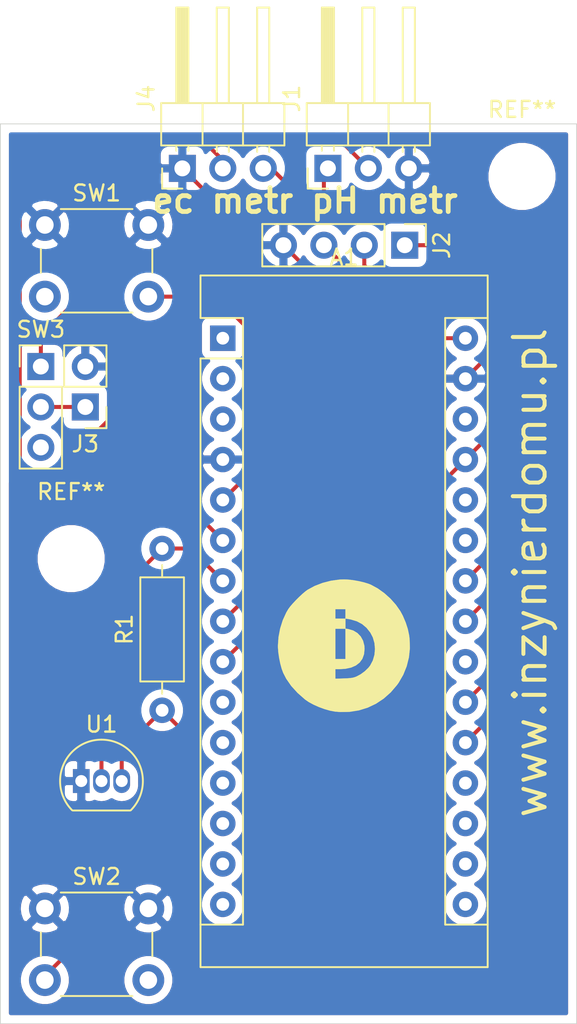
<source format=kicad_pcb>
(kicad_pcb (version 20171130) (host pcbnew "(5.1.5)-3")

  (general
    (thickness 1.6)
    (drawings 7)
    (tracks 104)
    (zones 0)
    (modules 13)
    (nets 32)
  )

  (page A4)
  (layers
    (0 F.Cu signal)
    (31 B.Cu signal)
    (32 B.Adhes user hide)
    (33 F.Adhes user hide)
    (34 B.Paste user)
    (35 F.Paste user)
    (36 B.SilkS user)
    (37 F.SilkS user)
    (38 B.Mask user)
    (39 F.Mask user)
    (40 Dwgs.User user hide)
    (41 Cmts.User user hide)
    (42 Eco1.User user hide)
    (43 Eco2.User user hide)
    (44 Edge.Cuts user)
    (45 Margin user hide)
    (46 B.CrtYd user hide)
    (47 F.CrtYd user hide)
    (48 B.Fab user hide)
    (49 F.Fab user hide)
  )

  (setup
    (last_trace_width 0.25)
    (user_trace_width 0.3048)
    (user_trace_width 0.6096)
    (trace_clearance 0.2)
    (zone_clearance 0.508)
    (zone_45_only no)
    (trace_min 0.2)
    (via_size 0.8)
    (via_drill 0.4)
    (via_min_size 0.4)
    (via_min_drill 0.3)
    (uvia_size 0.3)
    (uvia_drill 0.1)
    (uvias_allowed no)
    (uvia_min_size 0.2)
    (uvia_min_drill 0.1)
    (edge_width 0.05)
    (segment_width 0.2)
    (pcb_text_width 0.3)
    (pcb_text_size 1.5 1.5)
    (mod_edge_width 0.12)
    (mod_text_size 1 1)
    (mod_text_width 0.15)
    (pad_size 1.524 1.524)
    (pad_drill 0.762)
    (pad_to_mask_clearance 0.051)
    (solder_mask_min_width 0.25)
    (aux_axis_origin 0 0)
    (visible_elements 7FFFFFFF)
    (pcbplotparams
      (layerselection 0x010f0_ffffffff)
      (usegerberextensions false)
      (usegerberattributes false)
      (usegerberadvancedattributes false)
      (creategerberjobfile false)
      (excludeedgelayer true)
      (linewidth 0.100000)
      (plotframeref false)
      (viasonmask false)
      (mode 1)
      (useauxorigin false)
      (hpglpennumber 1)
      (hpglpenspeed 20)
      (hpglpendiameter 15.000000)
      (psnegative false)
      (psa4output false)
      (plotreference true)
      (plotvalue true)
      (plotinvisibletext false)
      (padsonsilk false)
      (subtractmaskfromsilk false)
      (outputformat 1)
      (mirror false)
      (drillshape 0)
      (scaleselection 1)
      (outputdirectory "phmeter/"))
  )

  (net 0 "")
  (net 1 "Net-(A1-Pad16)")
  (net 2 "Net-(A1-Pad15)")
  (net 3 "Net-(A1-Pad14)")
  (net 4 "Net-(A1-Pad13)")
  (net 5 "Net-(A1-Pad28)")
  (net 6 "Net-(A1-Pad12)")
  (net 7 "Net-(A1-Pad11)")
  (net 8 "Net-(A1-Pad26)")
  (net 9 "Net-(A1-Pad10)")
  (net 10 "Net-(A1-Pad25)")
  (net 11 "Net-(A1-Pad24)")
  (net 12 "Net-(A1-Pad23)")
  (net 13 "Net-(A1-Pad22)")
  (net 14 "Net-(A1-Pad6)")
  (net 15 "Net-(A1-Pad21)")
  (net 16 "Net-(A1-Pad5)")
  (net 17 "Net-(A1-Pad20)")
  (net 18 GND)
  (net 19 "Net-(A1-Pad19)")
  (net 20 "Net-(A1-Pad3)")
  (net 21 "Net-(A1-Pad18)")
  (net 22 "Net-(A1-Pad2)")
  (net 23 "Net-(A1-Pad17)")
  (net 24 "Net-(A1-Pad1)")
  (net 25 +9V)
  (net 26 +5V)
  (net 27 Data)
  (net 28 "Net-(SW3-Pad3)")
  (net 29 +BATT)
  (net 30 EC_vcc)
  (net 31 Ph_vcc)

  (net_class Default "This is the default net class."
    (clearance 0.2)
    (trace_width 0.25)
    (via_dia 0.8)
    (via_drill 0.4)
    (uvia_dia 0.3)
    (uvia_drill 0.1)
    (add_net +5V)
    (add_net +9V)
    (add_net +BATT)
    (add_net Data)
    (add_net EC_vcc)
    (add_net GND)
    (add_net "Net-(A1-Pad1)")
    (add_net "Net-(A1-Pad10)")
    (add_net "Net-(A1-Pad11)")
    (add_net "Net-(A1-Pad12)")
    (add_net "Net-(A1-Pad13)")
    (add_net "Net-(A1-Pad14)")
    (add_net "Net-(A1-Pad15)")
    (add_net "Net-(A1-Pad16)")
    (add_net "Net-(A1-Pad17)")
    (add_net "Net-(A1-Pad18)")
    (add_net "Net-(A1-Pad19)")
    (add_net "Net-(A1-Pad2)")
    (add_net "Net-(A1-Pad20)")
    (add_net "Net-(A1-Pad21)")
    (add_net "Net-(A1-Pad22)")
    (add_net "Net-(A1-Pad23)")
    (add_net "Net-(A1-Pad24)")
    (add_net "Net-(A1-Pad25)")
    (add_net "Net-(A1-Pad26)")
    (add_net "Net-(A1-Pad28)")
    (add_net "Net-(A1-Pad3)")
    (add_net "Net-(A1-Pad5)")
    (add_net "Net-(A1-Pad6)")
    (add_net "Net-(SW3-Pad3)")
    (add_net Ph_vcc)
  )

  (net_class test ""
    (clearance 0.2)
    (trace_width 0.5)
    (via_dia 0.8)
    (via_drill 0.4)
    (uvia_dia 0.3)
    (uvia_drill 0.1)
  )

  (module Connector_PinHeader_2.54mm:PinHeader_1x03_P2.54mm_Horizontal (layer F.Cu) (tedit 59FED5CB) (tstamp 60019A76)
    (at 48.26 44.704 90)
    (descr "Through hole angled pin header, 1x03, 2.54mm pitch, 6mm pin length, single row")
    (tags "Through hole angled pin header THT 1x03 2.54mm single row")
    (path /5FF44E76)
    (fp_text reference J4 (at 4.385 -2.27 90) (layer F.SilkS)
      (effects (font (size 1 1) (thickness 0.15)))
    )
    (fp_text value Conn_01x03_Male (at 4.385 7.35 90) (layer F.Fab)
      (effects (font (size 1 1) (thickness 0.15)))
    )
    (fp_text user %R (at 2.77 2.54) (layer F.Fab)
      (effects (font (size 1 1) (thickness 0.15)))
    )
    (fp_line (start 10.55 -1.8) (end -1.8 -1.8) (layer F.CrtYd) (width 0.05))
    (fp_line (start 10.55 6.85) (end 10.55 -1.8) (layer F.CrtYd) (width 0.05))
    (fp_line (start -1.8 6.85) (end 10.55 6.85) (layer F.CrtYd) (width 0.05))
    (fp_line (start -1.8 -1.8) (end -1.8 6.85) (layer F.CrtYd) (width 0.05))
    (fp_line (start -1.27 -1.27) (end 0 -1.27) (layer F.SilkS) (width 0.12))
    (fp_line (start -1.27 0) (end -1.27 -1.27) (layer F.SilkS) (width 0.12))
    (fp_line (start 1.042929 5.46) (end 1.44 5.46) (layer F.SilkS) (width 0.12))
    (fp_line (start 1.042929 4.7) (end 1.44 4.7) (layer F.SilkS) (width 0.12))
    (fp_line (start 10.1 5.46) (end 4.1 5.46) (layer F.SilkS) (width 0.12))
    (fp_line (start 10.1 4.7) (end 10.1 5.46) (layer F.SilkS) (width 0.12))
    (fp_line (start 4.1 4.7) (end 10.1 4.7) (layer F.SilkS) (width 0.12))
    (fp_line (start 1.44 3.81) (end 4.1 3.81) (layer F.SilkS) (width 0.12))
    (fp_line (start 1.042929 2.92) (end 1.44 2.92) (layer F.SilkS) (width 0.12))
    (fp_line (start 1.042929 2.16) (end 1.44 2.16) (layer F.SilkS) (width 0.12))
    (fp_line (start 10.1 2.92) (end 4.1 2.92) (layer F.SilkS) (width 0.12))
    (fp_line (start 10.1 2.16) (end 10.1 2.92) (layer F.SilkS) (width 0.12))
    (fp_line (start 4.1 2.16) (end 10.1 2.16) (layer F.SilkS) (width 0.12))
    (fp_line (start 1.44 1.27) (end 4.1 1.27) (layer F.SilkS) (width 0.12))
    (fp_line (start 1.11 0.38) (end 1.44 0.38) (layer F.SilkS) (width 0.12))
    (fp_line (start 1.11 -0.38) (end 1.44 -0.38) (layer F.SilkS) (width 0.12))
    (fp_line (start 4.1 0.28) (end 10.1 0.28) (layer F.SilkS) (width 0.12))
    (fp_line (start 4.1 0.16) (end 10.1 0.16) (layer F.SilkS) (width 0.12))
    (fp_line (start 4.1 0.04) (end 10.1 0.04) (layer F.SilkS) (width 0.12))
    (fp_line (start 4.1 -0.08) (end 10.1 -0.08) (layer F.SilkS) (width 0.12))
    (fp_line (start 4.1 -0.2) (end 10.1 -0.2) (layer F.SilkS) (width 0.12))
    (fp_line (start 4.1 -0.32) (end 10.1 -0.32) (layer F.SilkS) (width 0.12))
    (fp_line (start 10.1 0.38) (end 4.1 0.38) (layer F.SilkS) (width 0.12))
    (fp_line (start 10.1 -0.38) (end 10.1 0.38) (layer F.SilkS) (width 0.12))
    (fp_line (start 4.1 -0.38) (end 10.1 -0.38) (layer F.SilkS) (width 0.12))
    (fp_line (start 4.1 -1.33) (end 1.44 -1.33) (layer F.SilkS) (width 0.12))
    (fp_line (start 4.1 6.41) (end 4.1 -1.33) (layer F.SilkS) (width 0.12))
    (fp_line (start 1.44 6.41) (end 4.1 6.41) (layer F.SilkS) (width 0.12))
    (fp_line (start 1.44 -1.33) (end 1.44 6.41) (layer F.SilkS) (width 0.12))
    (fp_line (start 4.04 5.4) (end 10.04 5.4) (layer F.Fab) (width 0.1))
    (fp_line (start 10.04 4.76) (end 10.04 5.4) (layer F.Fab) (width 0.1))
    (fp_line (start 4.04 4.76) (end 10.04 4.76) (layer F.Fab) (width 0.1))
    (fp_line (start -0.32 5.4) (end 1.5 5.4) (layer F.Fab) (width 0.1))
    (fp_line (start -0.32 4.76) (end -0.32 5.4) (layer F.Fab) (width 0.1))
    (fp_line (start -0.32 4.76) (end 1.5 4.76) (layer F.Fab) (width 0.1))
    (fp_line (start 4.04 2.86) (end 10.04 2.86) (layer F.Fab) (width 0.1))
    (fp_line (start 10.04 2.22) (end 10.04 2.86) (layer F.Fab) (width 0.1))
    (fp_line (start 4.04 2.22) (end 10.04 2.22) (layer F.Fab) (width 0.1))
    (fp_line (start -0.32 2.86) (end 1.5 2.86) (layer F.Fab) (width 0.1))
    (fp_line (start -0.32 2.22) (end -0.32 2.86) (layer F.Fab) (width 0.1))
    (fp_line (start -0.32 2.22) (end 1.5 2.22) (layer F.Fab) (width 0.1))
    (fp_line (start 4.04 0.32) (end 10.04 0.32) (layer F.Fab) (width 0.1))
    (fp_line (start 10.04 -0.32) (end 10.04 0.32) (layer F.Fab) (width 0.1))
    (fp_line (start 4.04 -0.32) (end 10.04 -0.32) (layer F.Fab) (width 0.1))
    (fp_line (start -0.32 0.32) (end 1.5 0.32) (layer F.Fab) (width 0.1))
    (fp_line (start -0.32 -0.32) (end -0.32 0.32) (layer F.Fab) (width 0.1))
    (fp_line (start -0.32 -0.32) (end 1.5 -0.32) (layer F.Fab) (width 0.1))
    (fp_line (start 1.5 -0.635) (end 2.135 -1.27) (layer F.Fab) (width 0.1))
    (fp_line (start 1.5 6.35) (end 1.5 -0.635) (layer F.Fab) (width 0.1))
    (fp_line (start 4.04 6.35) (end 1.5 6.35) (layer F.Fab) (width 0.1))
    (fp_line (start 4.04 -1.27) (end 4.04 6.35) (layer F.Fab) (width 0.1))
    (fp_line (start 2.135 -1.27) (end 4.04 -1.27) (layer F.Fab) (width 0.1))
    (pad 3 thru_hole oval (at 0 5.08 90) (size 1.7 1.7) (drill 1) (layers *.Cu *.Mask)
      (net 15 "Net-(A1-Pad21)"))
    (pad 2 thru_hole oval (at 0 2.54 90) (size 1.7 1.7) (drill 1) (layers *.Cu *.Mask)
      (net 30 EC_vcc))
    (pad 1 thru_hole rect (at 0 0 90) (size 1.7 1.7) (drill 1) (layers *.Cu *.Mask)
      (net 18 GND))
    (model ${KISYS3DMOD}/Connector_PinHeader_2.54mm.3dshapes/PinHeader_1x03_P2.54mm_Horizontal.wrl
      (at (xyz 0 0 0))
      (scale (xyz 1 1 1))
      (rotate (xyz 0 0 0))
    )
  )

  (module obbo_footprints:Logo600-InzynierDomu (layer F.Cu) (tedit 5E2DC787) (tstamp 5FC14999)
    (at 58.42 74.676)
    (fp_text reference G*** (at 6.858 -5.334) (layer F.SilkS) hide
      (effects (font (size 1.524 1.524) (thickness 0.3)))
    )
    (fp_text value Logo600-InzynierDomu (at -0.0254 6.1341) (layer F.SilkS) hide
      (effects (font (size 1.524 1.524) (thickness 0.3)))
    )
    (fp_poly (pts (xy 0.282748 -4.141935) (xy 0.604321 -4.102239) (xy 0.938093 -4.041979) (xy 1.257442 -3.966425)
      (xy 1.535744 -3.880845) (xy 1.679607 -3.823432) (xy 2.110334 -3.590238) (xy 2.525947 -3.293082)
      (xy 2.911713 -2.946285) (xy 3.252901 -2.564166) (xy 3.534778 -2.161044) (xy 3.691966 -1.867484)
      (xy 3.873258 -1.439273) (xy 4.001342 -1.042608) (xy 4.084099 -0.650419) (xy 4.114042 -0.418206)
      (xy 4.132728 0.164764) (xy 4.071083 0.740655) (xy 3.931773 1.299684) (xy 3.717467 1.832066)
      (xy 3.43083 2.328018) (xy 3.324963 2.4765) (xy 2.928747 2.938579) (xy 2.486626 3.330798)
      (xy 2.003395 3.651102) (xy 1.48385 3.897438) (xy 0.932788 4.067751) (xy 0.355004 4.159987)
      (xy -0.244705 4.172094) (xy -0.5715 4.14512) (xy -0.882087 4.087782) (xy -1.226316 3.989497)
      (xy -1.580238 3.859897) (xy -1.919902 3.708614) (xy -2.221359 3.545281) (xy -2.446293 3.39112)
      (xy -2.924774 2.970054) (xy -3.320307 2.534702) (xy -3.633527 2.084293) (xy -3.824429 1.7145)
      (xy -3.920954 1.450759) (xy -4.007686 1.130469) (xy -4.079147 0.781634) (xy -4.129856 0.432262)
      (xy -4.154335 0.110359) (xy -4.155742 0.021167) (xy -4.119481 -0.525698) (xy -4.018545 -1.058333)
      (xy -0.550333 -1.058333) (xy -0.550333 0.846667) (xy 0.084667 0.846667) (xy 0.084667 -1.058333)
      (xy -0.550333 -1.058333) (xy -4.018545 -1.058333) (xy -4.016211 -1.070646) (xy -3.851416 -1.594219)
      (xy -3.630584 -2.07696) (xy -3.50751 -2.286) (xy -0.550333 -2.286) (xy -0.550333 -1.693333)
      (xy 0.084667 -1.693333) (xy 0.084667 -1.065776) (xy 0.264583 -1.035765) (xy 0.574293 -0.944905)
      (xy 0.835963 -0.787966) (xy 1.043459 -0.572443) (xy 1.190645 -0.305827) (xy 1.271386 0.00439)
      (xy 1.285389 0.210839) (xy 1.25101 0.544845) (xy 1.148212 0.829812) (xy 0.978349 1.064657)
      (xy 0.742778 1.2483) (xy 0.442854 1.37966) (xy 0.07993 1.457654) (xy -0.306917 1.481347)
      (xy -0.550333 1.481667) (xy -0.550333 2.082836) (xy -0.010583 2.065433) (xy 0.234079 2.055041)
      (xy 0.416048 2.03989) (xy 0.557288 2.016608) (xy 0.679761 1.981828) (xy 0.775872 1.944765)
      (xy 1.040036 1.804436) (xy 1.299221 1.614255) (xy 1.523705 1.398026) (xy 1.636435 1.255513)
      (xy 1.805726 0.936698) (xy 1.907549 0.583593) (xy 1.941793 0.213202) (xy 1.90835 -0.157471)
      (xy 1.80711 -0.511419) (xy 1.649794 -0.81404) (xy 1.409215 -1.116968) (xy 1.130214 -1.352012)
      (xy 0.803894 -1.524603) (xy 0.421361 -1.640174) (xy 0.243417 -1.672767) (xy 0.084667 -1.69717)
      (xy 0.084667 -2.286) (xy -0.550333 -2.286) (xy -3.50751 -2.286) (xy -3.503385 -2.293006)
      (xy -3.388215 -2.448992) (xy -3.223964 -2.640108) (xy -3.02799 -2.849) (xy -2.817647 -3.05831)
      (xy -2.610292 -3.250685) (xy -2.423279 -3.408767) (xy -2.293006 -3.503385) (xy -1.847644 -3.744476)
      (xy -1.351205 -3.935695) (xy -0.825079 -4.070957) (xy -0.290654 -4.144177) (xy 0 -4.1558)
      (xy 0.282748 -4.141935)) (layer F.SilkS) (width 0.01))
  )

  (module MountingHole:MountingHole_3.2mm_M3 (layer F.Cu) (tedit 56D1B4CB) (tstamp 5FBB4194)
    (at 41.275 69.215)
    (descr "Mounting Hole 3.2mm, no annular, M3")
    (tags "mounting hole 3.2mm no annular m3")
    (attr virtual)
    (fp_text reference REF** (at 0 -4.2) (layer F.SilkS)
      (effects (font (size 1 1) (thickness 0.15)))
    )
    (fp_text value MountingHole_3.2mm_M3 (at 0 4.2) (layer F.Fab)
      (effects (font (size 1 1) (thickness 0.15)))
    )
    (fp_circle (center 0 0) (end 3.45 0) (layer F.CrtYd) (width 0.05))
    (fp_circle (center 0 0) (end 3.2 0) (layer Cmts.User) (width 0.15))
    (fp_text user %R (at 0.3 0) (layer F.Fab)
      (effects (font (size 1 1) (thickness 0.15)))
    )
    (pad 1 np_thru_hole circle (at 0 0) (size 3.2 3.2) (drill 3.2) (layers *.Cu *.Mask))
  )

  (module MountingHole:MountingHole_3.2mm_M3 (layer F.Cu) (tedit 56D1B4CB) (tstamp 5FBB3FC0)
    (at 69.596 45.212)
    (descr "Mounting Hole 3.2mm, no annular, M3")
    (tags "mounting hole 3.2mm no annular m3")
    (attr virtual)
    (fp_text reference REF** (at 0 -4.2) (layer F.SilkS)
      (effects (font (size 1 1) (thickness 0.15)))
    )
    (fp_text value MountingHole_3.2mm_M3 (at 0 4.2) (layer F.Fab)
      (effects (font (size 1 1) (thickness 0.15)))
    )
    (fp_circle (center 0 0) (end 3.45 0) (layer F.CrtYd) (width 0.05))
    (fp_circle (center 0 0) (end 3.2 0) (layer Cmts.User) (width 0.15))
    (fp_text user %R (at 0.3 0) (layer F.Fab)
      (effects (font (size 1 1) (thickness 0.15)))
    )
    (pad 1 np_thru_hole circle (at 0 0) (size 3.2 3.2) (drill 3.2) (layers *.Cu *.Mask))
  )

  (module Connector_PinHeader_2.54mm:PinHeader_1x02_P2.54mm_Vertical (layer F.Cu) (tedit 59FED5CC) (tstamp 5FBB3C06)
    (at 42.164 59.69 180)
    (descr "Through hole straight pin header, 1x02, 2.54mm pitch, single row")
    (tags "Through hole pin header THT 1x02 2.54mm single row")
    (path /5FBE8BFA)
    (fp_text reference J3 (at 0 -2.33) (layer F.SilkS)
      (effects (font (size 1 1) (thickness 0.15)))
    )
    (fp_text value Conn_01x02 (at 0 4.87) (layer F.Fab)
      (effects (font (size 1 1) (thickness 0.15)))
    )
    (fp_text user %R (at 0 1.27 90) (layer F.Fab)
      (effects (font (size 1 1) (thickness 0.15)))
    )
    (fp_line (start 1.8 -1.8) (end -1.8 -1.8) (layer F.CrtYd) (width 0.05))
    (fp_line (start 1.8 4.35) (end 1.8 -1.8) (layer F.CrtYd) (width 0.05))
    (fp_line (start -1.8 4.35) (end 1.8 4.35) (layer F.CrtYd) (width 0.05))
    (fp_line (start -1.8 -1.8) (end -1.8 4.35) (layer F.CrtYd) (width 0.05))
    (fp_line (start -1.33 -1.33) (end 0 -1.33) (layer F.SilkS) (width 0.12))
    (fp_line (start -1.33 0) (end -1.33 -1.33) (layer F.SilkS) (width 0.12))
    (fp_line (start -1.33 1.27) (end 1.33 1.27) (layer F.SilkS) (width 0.12))
    (fp_line (start 1.33 1.27) (end 1.33 3.87) (layer F.SilkS) (width 0.12))
    (fp_line (start -1.33 1.27) (end -1.33 3.87) (layer F.SilkS) (width 0.12))
    (fp_line (start -1.33 3.87) (end 1.33 3.87) (layer F.SilkS) (width 0.12))
    (fp_line (start -1.27 -0.635) (end -0.635 -1.27) (layer F.Fab) (width 0.1))
    (fp_line (start -1.27 3.81) (end -1.27 -0.635) (layer F.Fab) (width 0.1))
    (fp_line (start 1.27 3.81) (end -1.27 3.81) (layer F.Fab) (width 0.1))
    (fp_line (start 1.27 -1.27) (end 1.27 3.81) (layer F.Fab) (width 0.1))
    (fp_line (start -0.635 -1.27) (end 1.27 -1.27) (layer F.Fab) (width 0.1))
    (pad 2 thru_hole oval (at 0 2.54 180) (size 1.7 1.7) (drill 1) (layers *.Cu *.Mask)
      (net 18 GND))
    (pad 1 thru_hole rect (at 0 0 180) (size 1.7 1.7) (drill 1) (layers *.Cu *.Mask)
      (net 29 +BATT))
    (model ${KISYS3DMOD}/Connector_PinHeader_2.54mm.3dshapes/PinHeader_1x02_P2.54mm_Vertical.wrl
      (at (xyz 0 0 0))
      (scale (xyz 1 1 1))
      (rotate (xyz 0 0 0))
    )
  )

  (module Button_Switch_THT:SW_PUSH_6mm_H8mm (layer F.Cu) (tedit 5A02FE31) (tstamp 5FBB02FB)
    (at 39.624 48.26)
    (descr "tactile push button, 6x6mm e.g. PHAP33xx series, height=8mm")
    (tags "tact sw push 6mm")
    (path /5FBB0E15)
    (fp_text reference SW1 (at 3.25 -2) (layer F.SilkS)
      (effects (font (size 1 1) (thickness 0.15)))
    )
    (fp_text value SW_Push (at 3.75 6.7) (layer F.Fab)
      (effects (font (size 1 1) (thickness 0.15)))
    )
    (fp_circle (center 3.25 2.25) (end 1.25 2.5) (layer F.Fab) (width 0.1))
    (fp_line (start 6.75 3) (end 6.75 1.5) (layer F.SilkS) (width 0.12))
    (fp_line (start 5.5 -1) (end 1 -1) (layer F.SilkS) (width 0.12))
    (fp_line (start -0.25 1.5) (end -0.25 3) (layer F.SilkS) (width 0.12))
    (fp_line (start 1 5.5) (end 5.5 5.5) (layer F.SilkS) (width 0.12))
    (fp_line (start 8 -1.25) (end 8 5.75) (layer F.CrtYd) (width 0.05))
    (fp_line (start 7.75 6) (end -1.25 6) (layer F.CrtYd) (width 0.05))
    (fp_line (start -1.5 5.75) (end -1.5 -1.25) (layer F.CrtYd) (width 0.05))
    (fp_line (start -1.25 -1.5) (end 7.75 -1.5) (layer F.CrtYd) (width 0.05))
    (fp_line (start -1.5 6) (end -1.25 6) (layer F.CrtYd) (width 0.05))
    (fp_line (start -1.5 5.75) (end -1.5 6) (layer F.CrtYd) (width 0.05))
    (fp_line (start -1.5 -1.5) (end -1.25 -1.5) (layer F.CrtYd) (width 0.05))
    (fp_line (start -1.5 -1.25) (end -1.5 -1.5) (layer F.CrtYd) (width 0.05))
    (fp_line (start 8 -1.5) (end 8 -1.25) (layer F.CrtYd) (width 0.05))
    (fp_line (start 7.75 -1.5) (end 8 -1.5) (layer F.CrtYd) (width 0.05))
    (fp_line (start 8 6) (end 8 5.75) (layer F.CrtYd) (width 0.05))
    (fp_line (start 7.75 6) (end 8 6) (layer F.CrtYd) (width 0.05))
    (fp_line (start 0.25 -0.75) (end 3.25 -0.75) (layer F.Fab) (width 0.1))
    (fp_line (start 0.25 5.25) (end 0.25 -0.75) (layer F.Fab) (width 0.1))
    (fp_line (start 6.25 5.25) (end 0.25 5.25) (layer F.Fab) (width 0.1))
    (fp_line (start 6.25 -0.75) (end 6.25 5.25) (layer F.Fab) (width 0.1))
    (fp_line (start 3.25 -0.75) (end 6.25 -0.75) (layer F.Fab) (width 0.1))
    (fp_text user %R (at 3.25 2.25) (layer F.Fab)
      (effects (font (size 1 1) (thickness 0.15)))
    )
    (pad 1 thru_hole circle (at 6.5 0 90) (size 2 2) (drill 1.1) (layers *.Cu *.Mask)
      (net 18 GND))
    (pad 2 thru_hole circle (at 6.5 4.5 90) (size 2 2) (drill 1.1) (layers *.Cu *.Mask)
      (net 16 "Net-(A1-Pad5)"))
    (pad 1 thru_hole circle (at 0 0 90) (size 2 2) (drill 1.1) (layers *.Cu *.Mask)
      (net 18 GND))
    (pad 2 thru_hole circle (at 0 4.5 90) (size 2 2) (drill 1.1) (layers *.Cu *.Mask)
      (net 16 "Net-(A1-Pad5)"))
    (model ${KISYS3DMOD}/Button_Switch_THT.3dshapes/SW_PUSH_6mm_H8mm.wrl
      (at (xyz 0 0 0))
      (scale (xyz 1 1 1))
      (rotate (xyz 0 0 0))
    )
  )

  (module Connector_PinHeader_2.54mm:PinHeader_1x04_P2.54mm_Vertical (layer F.Cu) (tedit 59FED5CC) (tstamp 5FBB3338)
    (at 62.23 49.53 270)
    (descr "Through hole straight pin header, 1x04, 2.54mm pitch, single row")
    (tags "Through hole pin header THT 1x04 2.54mm single row")
    (path /5FBDC3A4)
    (fp_text reference J2 (at 0 -2.33 90) (layer F.SilkS)
      (effects (font (size 1 1) (thickness 0.15)))
    )
    (fp_text value Conn_01x04 (at 0 9.95 90) (layer F.Fab)
      (effects (font (size 1 1) (thickness 0.15)))
    )
    (fp_text user %R (at 0 3.81) (layer F.Fab)
      (effects (font (size 1 1) (thickness 0.15)))
    )
    (fp_line (start 1.8 -1.8) (end -1.8 -1.8) (layer F.CrtYd) (width 0.05))
    (fp_line (start 1.8 9.4) (end 1.8 -1.8) (layer F.CrtYd) (width 0.05))
    (fp_line (start -1.8 9.4) (end 1.8 9.4) (layer F.CrtYd) (width 0.05))
    (fp_line (start -1.8 -1.8) (end -1.8 9.4) (layer F.CrtYd) (width 0.05))
    (fp_line (start -1.33 -1.33) (end 0 -1.33) (layer F.SilkS) (width 0.12))
    (fp_line (start -1.33 0) (end -1.33 -1.33) (layer F.SilkS) (width 0.12))
    (fp_line (start -1.33 1.27) (end 1.33 1.27) (layer F.SilkS) (width 0.12))
    (fp_line (start 1.33 1.27) (end 1.33 8.95) (layer F.SilkS) (width 0.12))
    (fp_line (start -1.33 1.27) (end -1.33 8.95) (layer F.SilkS) (width 0.12))
    (fp_line (start -1.33 8.95) (end 1.33 8.95) (layer F.SilkS) (width 0.12))
    (fp_line (start -1.27 -0.635) (end -0.635 -1.27) (layer F.Fab) (width 0.1))
    (fp_line (start -1.27 8.89) (end -1.27 -0.635) (layer F.Fab) (width 0.1))
    (fp_line (start 1.27 8.89) (end -1.27 8.89) (layer F.Fab) (width 0.1))
    (fp_line (start 1.27 -1.27) (end 1.27 8.89) (layer F.Fab) (width 0.1))
    (fp_line (start -0.635 -1.27) (end 1.27 -1.27) (layer F.Fab) (width 0.1))
    (pad 4 thru_hole oval (at 0 7.62 270) (size 1.7 1.7) (drill 1) (layers *.Cu *.Mask)
      (net 18 GND))
    (pad 3 thru_hole oval (at 0 5.08 270) (size 1.7 1.7) (drill 1) (layers *.Cu *.Mask)
      (net 26 +5V))
    (pad 2 thru_hole oval (at 0 2.54 270) (size 1.7 1.7) (drill 1) (layers *.Cu *.Mask)
      (net 11 "Net-(A1-Pad24)"))
    (pad 1 thru_hole rect (at 0 0 270) (size 1.7 1.7) (drill 1) (layers *.Cu *.Mask)
      (net 12 "Net-(A1-Pad23)"))
    (model ${KISYS3DMOD}/Connector_PinHeader_2.54mm.3dshapes/PinHeader_1x04_P2.54mm_Vertical.wrl
      (at (xyz 0 0 0))
      (scale (xyz 1 1 1))
      (rotate (xyz 0 0 0))
    )
  )

  (module Connector_PinHeader_2.54mm:PinHeader_1x03_P2.54mm_Vertical (layer F.Cu) (tedit 59FED5CC) (tstamp 5FBB2C05)
    (at 39.37 57.15)
    (descr "Through hole straight pin header, 1x03, 2.54mm pitch, single row")
    (tags "Through hole pin header THT 1x03 2.54mm single row")
    (path /5FBD3764)
    (fp_text reference SW3 (at 0 -2.33) (layer F.SilkS)
      (effects (font (size 1 1) (thickness 0.15)))
    )
    (fp_text value SW_SPDT (at 0 7.41) (layer F.Fab)
      (effects (font (size 1 1) (thickness 0.15)))
    )
    (fp_text user %R (at 0 2.54 90) (layer F.Fab)
      (effects (font (size 1 1) (thickness 0.15)))
    )
    (fp_line (start 1.8 -1.8) (end -1.8 -1.8) (layer F.CrtYd) (width 0.05))
    (fp_line (start 1.8 6.85) (end 1.8 -1.8) (layer F.CrtYd) (width 0.05))
    (fp_line (start -1.8 6.85) (end 1.8 6.85) (layer F.CrtYd) (width 0.05))
    (fp_line (start -1.8 -1.8) (end -1.8 6.85) (layer F.CrtYd) (width 0.05))
    (fp_line (start -1.33 -1.33) (end 0 -1.33) (layer F.SilkS) (width 0.12))
    (fp_line (start -1.33 0) (end -1.33 -1.33) (layer F.SilkS) (width 0.12))
    (fp_line (start -1.33 1.27) (end 1.33 1.27) (layer F.SilkS) (width 0.12))
    (fp_line (start 1.33 1.27) (end 1.33 6.41) (layer F.SilkS) (width 0.12))
    (fp_line (start -1.33 1.27) (end -1.33 6.41) (layer F.SilkS) (width 0.12))
    (fp_line (start -1.33 6.41) (end 1.33 6.41) (layer F.SilkS) (width 0.12))
    (fp_line (start -1.27 -0.635) (end -0.635 -1.27) (layer F.Fab) (width 0.1))
    (fp_line (start -1.27 6.35) (end -1.27 -0.635) (layer F.Fab) (width 0.1))
    (fp_line (start 1.27 6.35) (end -1.27 6.35) (layer F.Fab) (width 0.1))
    (fp_line (start 1.27 -1.27) (end 1.27 6.35) (layer F.Fab) (width 0.1))
    (fp_line (start -0.635 -1.27) (end 1.27 -1.27) (layer F.Fab) (width 0.1))
    (pad 3 thru_hole oval (at 0 5.08) (size 1.7 1.7) (drill 1) (layers *.Cu *.Mask)
      (net 28 "Net-(SW3-Pad3)"))
    (pad 2 thru_hole oval (at 0 2.54) (size 1.7 1.7) (drill 1) (layers *.Cu *.Mask)
      (net 29 +BATT))
    (pad 1 thru_hole rect (at 0 0) (size 1.7 1.7) (drill 1) (layers *.Cu *.Mask)
      (net 25 +9V))
    (model ${KISYS3DMOD}/Connector_PinHeader_2.54mm.3dshapes/PinHeader_1x03_P2.54mm_Vertical.wrl
      (at (xyz 0 0 0))
      (scale (xyz 1 1 1))
      (rotate (xyz 0 0 0))
    )
  )

  (module Connector_PinHeader_2.54mm:PinHeader_1x03_P2.54mm_Horizontal (layer F.Cu) (tedit 59FED5CB) (tstamp 5FBB1E9B)
    (at 57.404 44.704 90)
    (descr "Through hole angled pin header, 1x03, 2.54mm pitch, 6mm pin length, single row")
    (tags "Through hole angled pin header THT 1x03 2.54mm single row")
    (path /5FBCCDA1)
    (fp_text reference J1 (at 4.385 -2.27 90) (layer F.SilkS)
      (effects (font (size 1 1) (thickness 0.15)))
    )
    (fp_text value Conn_01x03_Male (at 4.385 7.35 90) (layer F.Fab)
      (effects (font (size 1 1) (thickness 0.15)))
    )
    (fp_text user %R (at 2.77 2.54) (layer F.Fab)
      (effects (font (size 1 1) (thickness 0.15)))
    )
    (fp_line (start 10.55 -1.8) (end -1.8 -1.8) (layer F.CrtYd) (width 0.05))
    (fp_line (start 10.55 6.85) (end 10.55 -1.8) (layer F.CrtYd) (width 0.05))
    (fp_line (start -1.8 6.85) (end 10.55 6.85) (layer F.CrtYd) (width 0.05))
    (fp_line (start -1.8 -1.8) (end -1.8 6.85) (layer F.CrtYd) (width 0.05))
    (fp_line (start -1.27 -1.27) (end 0 -1.27) (layer F.SilkS) (width 0.12))
    (fp_line (start -1.27 0) (end -1.27 -1.27) (layer F.SilkS) (width 0.12))
    (fp_line (start 1.042929 5.46) (end 1.44 5.46) (layer F.SilkS) (width 0.12))
    (fp_line (start 1.042929 4.7) (end 1.44 4.7) (layer F.SilkS) (width 0.12))
    (fp_line (start 10.1 5.46) (end 4.1 5.46) (layer F.SilkS) (width 0.12))
    (fp_line (start 10.1 4.7) (end 10.1 5.46) (layer F.SilkS) (width 0.12))
    (fp_line (start 4.1 4.7) (end 10.1 4.7) (layer F.SilkS) (width 0.12))
    (fp_line (start 1.44 3.81) (end 4.1 3.81) (layer F.SilkS) (width 0.12))
    (fp_line (start 1.042929 2.92) (end 1.44 2.92) (layer F.SilkS) (width 0.12))
    (fp_line (start 1.042929 2.16) (end 1.44 2.16) (layer F.SilkS) (width 0.12))
    (fp_line (start 10.1 2.92) (end 4.1 2.92) (layer F.SilkS) (width 0.12))
    (fp_line (start 10.1 2.16) (end 10.1 2.92) (layer F.SilkS) (width 0.12))
    (fp_line (start 4.1 2.16) (end 10.1 2.16) (layer F.SilkS) (width 0.12))
    (fp_line (start 1.44 1.27) (end 4.1 1.27) (layer F.SilkS) (width 0.12))
    (fp_line (start 1.11 0.38) (end 1.44 0.38) (layer F.SilkS) (width 0.12))
    (fp_line (start 1.11 -0.38) (end 1.44 -0.38) (layer F.SilkS) (width 0.12))
    (fp_line (start 4.1 0.28) (end 10.1 0.28) (layer F.SilkS) (width 0.12))
    (fp_line (start 4.1 0.16) (end 10.1 0.16) (layer F.SilkS) (width 0.12))
    (fp_line (start 4.1 0.04) (end 10.1 0.04) (layer F.SilkS) (width 0.12))
    (fp_line (start 4.1 -0.08) (end 10.1 -0.08) (layer F.SilkS) (width 0.12))
    (fp_line (start 4.1 -0.2) (end 10.1 -0.2) (layer F.SilkS) (width 0.12))
    (fp_line (start 4.1 -0.32) (end 10.1 -0.32) (layer F.SilkS) (width 0.12))
    (fp_line (start 10.1 0.38) (end 4.1 0.38) (layer F.SilkS) (width 0.12))
    (fp_line (start 10.1 -0.38) (end 10.1 0.38) (layer F.SilkS) (width 0.12))
    (fp_line (start 4.1 -0.38) (end 10.1 -0.38) (layer F.SilkS) (width 0.12))
    (fp_line (start 4.1 -1.33) (end 1.44 -1.33) (layer F.SilkS) (width 0.12))
    (fp_line (start 4.1 6.41) (end 4.1 -1.33) (layer F.SilkS) (width 0.12))
    (fp_line (start 1.44 6.41) (end 4.1 6.41) (layer F.SilkS) (width 0.12))
    (fp_line (start 1.44 -1.33) (end 1.44 6.41) (layer F.SilkS) (width 0.12))
    (fp_line (start 4.04 5.4) (end 10.04 5.4) (layer F.Fab) (width 0.1))
    (fp_line (start 10.04 4.76) (end 10.04 5.4) (layer F.Fab) (width 0.1))
    (fp_line (start 4.04 4.76) (end 10.04 4.76) (layer F.Fab) (width 0.1))
    (fp_line (start -0.32 5.4) (end 1.5 5.4) (layer F.Fab) (width 0.1))
    (fp_line (start -0.32 4.76) (end -0.32 5.4) (layer F.Fab) (width 0.1))
    (fp_line (start -0.32 4.76) (end 1.5 4.76) (layer F.Fab) (width 0.1))
    (fp_line (start 4.04 2.86) (end 10.04 2.86) (layer F.Fab) (width 0.1))
    (fp_line (start 10.04 2.22) (end 10.04 2.86) (layer F.Fab) (width 0.1))
    (fp_line (start 4.04 2.22) (end 10.04 2.22) (layer F.Fab) (width 0.1))
    (fp_line (start -0.32 2.86) (end 1.5 2.86) (layer F.Fab) (width 0.1))
    (fp_line (start -0.32 2.22) (end -0.32 2.86) (layer F.Fab) (width 0.1))
    (fp_line (start -0.32 2.22) (end 1.5 2.22) (layer F.Fab) (width 0.1))
    (fp_line (start 4.04 0.32) (end 10.04 0.32) (layer F.Fab) (width 0.1))
    (fp_line (start 10.04 -0.32) (end 10.04 0.32) (layer F.Fab) (width 0.1))
    (fp_line (start 4.04 -0.32) (end 10.04 -0.32) (layer F.Fab) (width 0.1))
    (fp_line (start -0.32 0.32) (end 1.5 0.32) (layer F.Fab) (width 0.1))
    (fp_line (start -0.32 -0.32) (end -0.32 0.32) (layer F.Fab) (width 0.1))
    (fp_line (start -0.32 -0.32) (end 1.5 -0.32) (layer F.Fab) (width 0.1))
    (fp_line (start 1.5 -0.635) (end 2.135 -1.27) (layer F.Fab) (width 0.1))
    (fp_line (start 1.5 6.35) (end 1.5 -0.635) (layer F.Fab) (width 0.1))
    (fp_line (start 4.04 6.35) (end 1.5 6.35) (layer F.Fab) (width 0.1))
    (fp_line (start 4.04 -1.27) (end 4.04 6.35) (layer F.Fab) (width 0.1))
    (fp_line (start 2.135 -1.27) (end 4.04 -1.27) (layer F.Fab) (width 0.1))
    (pad 3 thru_hole oval (at 0 5.08 90) (size 1.7 1.7) (drill 1) (layers *.Cu *.Mask)
      (net 18 GND))
    (pad 2 thru_hole oval (at 0 2.54 90) (size 1.7 1.7) (drill 1) (layers *.Cu *.Mask)
      (net 31 Ph_vcc))
    (pad 1 thru_hole rect (at 0 0 90) (size 1.7 1.7) (drill 1) (layers *.Cu *.Mask)
      (net 17 "Net-(A1-Pad20)"))
    (model ${KISYS3DMOD}/Connector_PinHeader_2.54mm.3dshapes/PinHeader_1x03_P2.54mm_Horizontal.wrl
      (at (xyz 0 0 0))
      (scale (xyz 1 1 1))
      (rotate (xyz 0 0 0))
    )
  )

  (module Package_TO_SOT_THT:TO-92_Inline (layer F.Cu) (tedit 5A1DD157) (tstamp 5FBB072B)
    (at 41.91 83.185)
    (descr "TO-92 leads in-line, narrow, oval pads, drill 0.75mm (see NXP sot054_po.pdf)")
    (tags "to-92 sc-43 sc-43a sot54 PA33 transistor")
    (path /5FBBBB4C)
    (fp_text reference U1 (at 1.27 -3.56) (layer F.SilkS)
      (effects (font (size 1 1) (thickness 0.15)))
    )
    (fp_text value DS18B20 (at 1.27 2.79) (layer F.Fab)
      (effects (font (size 1 1) (thickness 0.15)))
    )
    (fp_arc (start 1.27 0) (end 1.27 -2.6) (angle 135) (layer F.SilkS) (width 0.12))
    (fp_arc (start 1.27 0) (end 1.27 -2.48) (angle -135) (layer F.Fab) (width 0.1))
    (fp_arc (start 1.27 0) (end 1.27 -2.6) (angle -135) (layer F.SilkS) (width 0.12))
    (fp_arc (start 1.27 0) (end 1.27 -2.48) (angle 135) (layer F.Fab) (width 0.1))
    (fp_line (start 4 2.01) (end -1.46 2.01) (layer F.CrtYd) (width 0.05))
    (fp_line (start 4 2.01) (end 4 -2.73) (layer F.CrtYd) (width 0.05))
    (fp_line (start -1.46 -2.73) (end -1.46 2.01) (layer F.CrtYd) (width 0.05))
    (fp_line (start -1.46 -2.73) (end 4 -2.73) (layer F.CrtYd) (width 0.05))
    (fp_line (start -0.5 1.75) (end 3 1.75) (layer F.Fab) (width 0.1))
    (fp_line (start -0.53 1.85) (end 3.07 1.85) (layer F.SilkS) (width 0.12))
    (fp_text user %R (at 1.27 -3.56) (layer F.Fab)
      (effects (font (size 1 1) (thickness 0.15)))
    )
    (pad 1 thru_hole rect (at 0 0) (size 1.05 1.5) (drill 0.75) (layers *.Cu *.Mask)
      (net 18 GND))
    (pad 3 thru_hole oval (at 2.54 0) (size 1.05 1.5) (drill 0.75) (layers *.Cu *.Mask)
      (net 26 +5V))
    (pad 2 thru_hole oval (at 1.27 0) (size 1.05 1.5) (drill 0.75) (layers *.Cu *.Mask)
      (net 27 Data))
    (model ${KISYS3DMOD}/Package_TO_SOT_THT.3dshapes/TO-92_Inline.wrl
      (at (xyz 0 0 0))
      (scale (xyz 1 1 1))
      (rotate (xyz 0 0 0))
    )
  )

  (module Resistor_THT:R_Axial_DIN0207_L6.3mm_D2.5mm_P10.16mm_Horizontal (layer F.Cu) (tedit 5AE5139B) (tstamp 5FBB06A1)
    (at 46.99 78.74 90)
    (descr "Resistor, Axial_DIN0207 series, Axial, Horizontal, pin pitch=10.16mm, 0.25W = 1/4W, length*diameter=6.3*2.5mm^2, http://cdn-reichelt.de/documents/datenblatt/B400/1_4W%23YAG.pdf")
    (tags "Resistor Axial_DIN0207 series Axial Horizontal pin pitch 10.16mm 0.25W = 1/4W length 6.3mm diameter 2.5mm")
    (path /5FBC1A88)
    (fp_text reference R1 (at 5.08 -2.37 90) (layer F.SilkS)
      (effects (font (size 1 1) (thickness 0.15)))
    )
    (fp_text value 4,7K (at 5.08 2.37 90) (layer F.Fab)
      (effects (font (size 1 1) (thickness 0.15)))
    )
    (fp_text user %R (at 5.08 0 90) (layer F.Fab)
      (effects (font (size 1 1) (thickness 0.15)))
    )
    (fp_line (start 11.21 -1.5) (end -1.05 -1.5) (layer F.CrtYd) (width 0.05))
    (fp_line (start 11.21 1.5) (end 11.21 -1.5) (layer F.CrtYd) (width 0.05))
    (fp_line (start -1.05 1.5) (end 11.21 1.5) (layer F.CrtYd) (width 0.05))
    (fp_line (start -1.05 -1.5) (end -1.05 1.5) (layer F.CrtYd) (width 0.05))
    (fp_line (start 9.12 0) (end 8.35 0) (layer F.SilkS) (width 0.12))
    (fp_line (start 1.04 0) (end 1.81 0) (layer F.SilkS) (width 0.12))
    (fp_line (start 8.35 -1.37) (end 1.81 -1.37) (layer F.SilkS) (width 0.12))
    (fp_line (start 8.35 1.37) (end 8.35 -1.37) (layer F.SilkS) (width 0.12))
    (fp_line (start 1.81 1.37) (end 8.35 1.37) (layer F.SilkS) (width 0.12))
    (fp_line (start 1.81 -1.37) (end 1.81 1.37) (layer F.SilkS) (width 0.12))
    (fp_line (start 10.16 0) (end 8.23 0) (layer F.Fab) (width 0.1))
    (fp_line (start 0 0) (end 1.93 0) (layer F.Fab) (width 0.1))
    (fp_line (start 8.23 -1.25) (end 1.93 -1.25) (layer F.Fab) (width 0.1))
    (fp_line (start 8.23 1.25) (end 8.23 -1.25) (layer F.Fab) (width 0.1))
    (fp_line (start 1.93 1.25) (end 8.23 1.25) (layer F.Fab) (width 0.1))
    (fp_line (start 1.93 -1.25) (end 1.93 1.25) (layer F.Fab) (width 0.1))
    (pad 2 thru_hole oval (at 10.16 0 90) (size 1.6 1.6) (drill 0.8) (layers *.Cu *.Mask)
      (net 27 Data))
    (pad 1 thru_hole circle (at 0 0 90) (size 1.6 1.6) (drill 0.8) (layers *.Cu *.Mask)
      (net 26 +5V))
    (model ${KISYS3DMOD}/Resistor_THT.3dshapes/R_Axial_DIN0207_L6.3mm_D2.5mm_P10.16mm_Horizontal.wrl
      (at (xyz 0 0 0))
      (scale (xyz 1 1 1))
      (rotate (xyz 0 0 0))
    )
  )

  (module Button_Switch_THT:SW_PUSH_6mm_H8mm (layer F.Cu) (tedit 5A02FE31) (tstamp 5FBB031A)
    (at 39.624 91.186)
    (descr "tactile push button, 6x6mm e.g. PHAP33xx series, height=8mm")
    (tags "tact sw push 6mm")
    (path /5FBB7749)
    (fp_text reference SW2 (at 3.25 -2) (layer F.SilkS)
      (effects (font (size 1 1) (thickness 0.15)))
    )
    (fp_text value SW_Push (at 3.75 6.7) (layer F.Fab)
      (effects (font (size 1 1) (thickness 0.15)))
    )
    (fp_circle (center 3.25 2.25) (end 1.25 2.5) (layer F.Fab) (width 0.1))
    (fp_line (start 6.75 3) (end 6.75 1.5) (layer F.SilkS) (width 0.12))
    (fp_line (start 5.5 -1) (end 1 -1) (layer F.SilkS) (width 0.12))
    (fp_line (start -0.25 1.5) (end -0.25 3) (layer F.SilkS) (width 0.12))
    (fp_line (start 1 5.5) (end 5.5 5.5) (layer F.SilkS) (width 0.12))
    (fp_line (start 8 -1.25) (end 8 5.75) (layer F.CrtYd) (width 0.05))
    (fp_line (start 7.75 6) (end -1.25 6) (layer F.CrtYd) (width 0.05))
    (fp_line (start -1.5 5.75) (end -1.5 -1.25) (layer F.CrtYd) (width 0.05))
    (fp_line (start -1.25 -1.5) (end 7.75 -1.5) (layer F.CrtYd) (width 0.05))
    (fp_line (start -1.5 6) (end -1.25 6) (layer F.CrtYd) (width 0.05))
    (fp_line (start -1.5 5.75) (end -1.5 6) (layer F.CrtYd) (width 0.05))
    (fp_line (start -1.5 -1.5) (end -1.25 -1.5) (layer F.CrtYd) (width 0.05))
    (fp_line (start -1.5 -1.25) (end -1.5 -1.5) (layer F.CrtYd) (width 0.05))
    (fp_line (start 8 -1.5) (end 8 -1.25) (layer F.CrtYd) (width 0.05))
    (fp_line (start 7.75 -1.5) (end 8 -1.5) (layer F.CrtYd) (width 0.05))
    (fp_line (start 8 6) (end 8 5.75) (layer F.CrtYd) (width 0.05))
    (fp_line (start 7.75 6) (end 8 6) (layer F.CrtYd) (width 0.05))
    (fp_line (start 0.25 -0.75) (end 3.25 -0.75) (layer F.Fab) (width 0.1))
    (fp_line (start 0.25 5.25) (end 0.25 -0.75) (layer F.Fab) (width 0.1))
    (fp_line (start 6.25 5.25) (end 0.25 5.25) (layer F.Fab) (width 0.1))
    (fp_line (start 6.25 -0.75) (end 6.25 5.25) (layer F.Fab) (width 0.1))
    (fp_line (start 3.25 -0.75) (end 6.25 -0.75) (layer F.Fab) (width 0.1))
    (fp_text user %R (at 3.25 2.25) (layer F.Fab)
      (effects (font (size 1 1) (thickness 0.15)))
    )
    (pad 1 thru_hole circle (at 6.5 0 90) (size 2 2) (drill 1.1) (layers *.Cu *.Mask)
      (net 18 GND))
    (pad 2 thru_hole circle (at 6.5 4.5 90) (size 2 2) (drill 1.1) (layers *.Cu *.Mask)
      (net 14 "Net-(A1-Pad6)"))
    (pad 1 thru_hole circle (at 0 0 90) (size 2 2) (drill 1.1) (layers *.Cu *.Mask)
      (net 18 GND))
    (pad 2 thru_hole circle (at 0 4.5 90) (size 2 2) (drill 1.1) (layers *.Cu *.Mask)
      (net 14 "Net-(A1-Pad6)"))
    (model ${KISYS3DMOD}/Button_Switch_THT.3dshapes/SW_PUSH_6mm_H8mm.wrl
      (at (xyz 0 0 0))
      (scale (xyz 1 1 1))
      (rotate (xyz 0 0 0))
    )
  )

  (module Module:Arduino_Nano (layer F.Cu) (tedit 58ACAF70) (tstamp 5FBB02DC)
    (at 50.8 55.372)
    (descr "Arduino Nano, http://www.mouser.com/pdfdocs/Gravitech_Arduino_Nano3_0.pdf")
    (tags "Arduino Nano")
    (path /5FBAAA96)
    (fp_text reference A1 (at 7.62 -5.08) (layer F.SilkS)
      (effects (font (size 1 1) (thickness 0.15)))
    )
    (fp_text value Arduino_Nano_v3.x (at 8.89 19.05 90) (layer F.Fab)
      (effects (font (size 1 1) (thickness 0.15)))
    )
    (fp_line (start 16.75 42.16) (end -1.53 42.16) (layer F.CrtYd) (width 0.05))
    (fp_line (start 16.75 42.16) (end 16.75 -4.06) (layer F.CrtYd) (width 0.05))
    (fp_line (start -1.53 -4.06) (end -1.53 42.16) (layer F.CrtYd) (width 0.05))
    (fp_line (start -1.53 -4.06) (end 16.75 -4.06) (layer F.CrtYd) (width 0.05))
    (fp_line (start 16.51 -3.81) (end 16.51 39.37) (layer F.Fab) (width 0.1))
    (fp_line (start 0 -3.81) (end 16.51 -3.81) (layer F.Fab) (width 0.1))
    (fp_line (start -1.27 -2.54) (end 0 -3.81) (layer F.Fab) (width 0.1))
    (fp_line (start -1.27 39.37) (end -1.27 -2.54) (layer F.Fab) (width 0.1))
    (fp_line (start 16.51 39.37) (end -1.27 39.37) (layer F.Fab) (width 0.1))
    (fp_line (start 16.64 -3.94) (end -1.4 -3.94) (layer F.SilkS) (width 0.12))
    (fp_line (start 16.64 39.5) (end 16.64 -3.94) (layer F.SilkS) (width 0.12))
    (fp_line (start -1.4 39.5) (end 16.64 39.5) (layer F.SilkS) (width 0.12))
    (fp_line (start 3.81 41.91) (end 3.81 31.75) (layer F.Fab) (width 0.1))
    (fp_line (start 11.43 41.91) (end 3.81 41.91) (layer F.Fab) (width 0.1))
    (fp_line (start 11.43 31.75) (end 11.43 41.91) (layer F.Fab) (width 0.1))
    (fp_line (start 3.81 31.75) (end 11.43 31.75) (layer F.Fab) (width 0.1))
    (fp_line (start 1.27 36.83) (end -1.4 36.83) (layer F.SilkS) (width 0.12))
    (fp_line (start 1.27 1.27) (end 1.27 36.83) (layer F.SilkS) (width 0.12))
    (fp_line (start 1.27 1.27) (end -1.4 1.27) (layer F.SilkS) (width 0.12))
    (fp_line (start 13.97 36.83) (end 16.64 36.83) (layer F.SilkS) (width 0.12))
    (fp_line (start 13.97 -1.27) (end 13.97 36.83) (layer F.SilkS) (width 0.12))
    (fp_line (start 13.97 -1.27) (end 16.64 -1.27) (layer F.SilkS) (width 0.12))
    (fp_line (start -1.4 -3.94) (end -1.4 -1.27) (layer F.SilkS) (width 0.12))
    (fp_line (start -1.4 1.27) (end -1.4 39.5) (layer F.SilkS) (width 0.12))
    (fp_line (start 1.27 -1.27) (end -1.4 -1.27) (layer F.SilkS) (width 0.12))
    (fp_line (start 1.27 1.27) (end 1.27 -1.27) (layer F.SilkS) (width 0.12))
    (fp_text user %R (at 6.35 19.05 90) (layer F.Fab)
      (effects (font (size 1 1) (thickness 0.15)))
    )
    (pad 16 thru_hole oval (at 15.24 35.56) (size 1.6 1.6) (drill 0.8) (layers *.Cu *.Mask)
      (net 1 "Net-(A1-Pad16)"))
    (pad 15 thru_hole oval (at 0 35.56) (size 1.6 1.6) (drill 0.8) (layers *.Cu *.Mask)
      (net 2 "Net-(A1-Pad15)"))
    (pad 30 thru_hole oval (at 15.24 0) (size 1.6 1.6) (drill 0.8) (layers *.Cu *.Mask)
      (net 25 +9V))
    (pad 14 thru_hole oval (at 0 33.02) (size 1.6 1.6) (drill 0.8) (layers *.Cu *.Mask)
      (net 3 "Net-(A1-Pad14)"))
    (pad 29 thru_hole oval (at 15.24 2.54) (size 1.6 1.6) (drill 0.8) (layers *.Cu *.Mask)
      (net 18 GND))
    (pad 13 thru_hole oval (at 0 30.48) (size 1.6 1.6) (drill 0.8) (layers *.Cu *.Mask)
      (net 4 "Net-(A1-Pad13)"))
    (pad 28 thru_hole oval (at 15.24 5.08) (size 1.6 1.6) (drill 0.8) (layers *.Cu *.Mask)
      (net 5 "Net-(A1-Pad28)"))
    (pad 12 thru_hole oval (at 0 27.94) (size 1.6 1.6) (drill 0.8) (layers *.Cu *.Mask)
      (net 6 "Net-(A1-Pad12)"))
    (pad 27 thru_hole oval (at 15.24 7.62) (size 1.6 1.6) (drill 0.8) (layers *.Cu *.Mask)
      (net 26 +5V))
    (pad 11 thru_hole oval (at 0 25.4) (size 1.6 1.6) (drill 0.8) (layers *.Cu *.Mask)
      (net 7 "Net-(A1-Pad11)"))
    (pad 26 thru_hole oval (at 15.24 10.16) (size 1.6 1.6) (drill 0.8) (layers *.Cu *.Mask)
      (net 8 "Net-(A1-Pad26)"))
    (pad 10 thru_hole oval (at 0 22.86) (size 1.6 1.6) (drill 0.8) (layers *.Cu *.Mask)
      (net 9 "Net-(A1-Pad10)"))
    (pad 25 thru_hole oval (at 15.24 12.7) (size 1.6 1.6) (drill 0.8) (layers *.Cu *.Mask)
      (net 10 "Net-(A1-Pad25)"))
    (pad 9 thru_hole oval (at 0 20.32) (size 1.6 1.6) (drill 0.8) (layers *.Cu *.Mask)
      (net 30 EC_vcc))
    (pad 24 thru_hole oval (at 15.24 15.24) (size 1.6 1.6) (drill 0.8) (layers *.Cu *.Mask)
      (net 11 "Net-(A1-Pad24)"))
    (pad 8 thru_hole oval (at 0 17.78) (size 1.6 1.6) (drill 0.8) (layers *.Cu *.Mask)
      (net 31 Ph_vcc))
    (pad 23 thru_hole oval (at 15.24 17.78) (size 1.6 1.6) (drill 0.8) (layers *.Cu *.Mask)
      (net 12 "Net-(A1-Pad23)"))
    (pad 7 thru_hole oval (at 0 15.24) (size 1.6 1.6) (drill 0.8) (layers *.Cu *.Mask)
      (net 27 Data))
    (pad 22 thru_hole oval (at 15.24 20.32) (size 1.6 1.6) (drill 0.8) (layers *.Cu *.Mask)
      (net 13 "Net-(A1-Pad22)"))
    (pad 6 thru_hole oval (at 0 12.7) (size 1.6 1.6) (drill 0.8) (layers *.Cu *.Mask)
      (net 14 "Net-(A1-Pad6)"))
    (pad 21 thru_hole oval (at 15.24 22.86) (size 1.6 1.6) (drill 0.8) (layers *.Cu *.Mask)
      (net 15 "Net-(A1-Pad21)"))
    (pad 5 thru_hole oval (at 0 10.16) (size 1.6 1.6) (drill 0.8) (layers *.Cu *.Mask)
      (net 16 "Net-(A1-Pad5)"))
    (pad 20 thru_hole oval (at 15.24 25.4) (size 1.6 1.6) (drill 0.8) (layers *.Cu *.Mask)
      (net 17 "Net-(A1-Pad20)"))
    (pad 4 thru_hole oval (at 0 7.62) (size 1.6 1.6) (drill 0.8) (layers *.Cu *.Mask)
      (net 18 GND))
    (pad 19 thru_hole oval (at 15.24 27.94) (size 1.6 1.6) (drill 0.8) (layers *.Cu *.Mask)
      (net 19 "Net-(A1-Pad19)"))
    (pad 3 thru_hole oval (at 0 5.08) (size 1.6 1.6) (drill 0.8) (layers *.Cu *.Mask)
      (net 20 "Net-(A1-Pad3)"))
    (pad 18 thru_hole oval (at 15.24 30.48) (size 1.6 1.6) (drill 0.8) (layers *.Cu *.Mask)
      (net 21 "Net-(A1-Pad18)"))
    (pad 2 thru_hole oval (at 0 2.54) (size 1.6 1.6) (drill 0.8) (layers *.Cu *.Mask)
      (net 22 "Net-(A1-Pad2)"))
    (pad 17 thru_hole oval (at 15.24 33.02) (size 1.6 1.6) (drill 0.8) (layers *.Cu *.Mask)
      (net 23 "Net-(A1-Pad17)"))
    (pad 1 thru_hole rect (at 0 0) (size 1.6 1.6) (drill 0.8) (layers *.Cu *.Mask)
      (net 24 "Net-(A1-Pad1)"))
    (model ${KISYS3DMOD}/Module.3dshapes/Arduino_Nano_WithMountingHoles.wrl
      (at (xyz 0 0 0))
      (scale (xyz 1 1 1))
      (rotate (xyz 0 0 0))
    )
  )

  (gr_text "ec metr" (at 50.8 46.736) (layer F.SilkS)
    (effects (font (size 1.5 1.5) (thickness 0.3)))
  )
  (gr_text "pH metr\n" (at 60.96 46.736) (layer F.SilkS)
    (effects (font (size 1.5 1.5) (thickness 0.3)))
  )
  (gr_text www.inzynierdomu.pl (at 70.104 70.104 90) (layer F.SilkS)
    (effects (font (size 2 2) (thickness 0.25)))
  )
  (gr_line (start 36.83 98.425) (end 36.83 41.91) (layer Edge.Cuts) (width 0.05) (tstamp 5FBC1DB9))
  (gr_line (start 73.025 98.425) (end 36.83 98.425) (layer Edge.Cuts) (width 0.05))
  (gr_line (start 73.025 41.91) (end 73.025 98.425) (layer Edge.Cuts) (width 0.05))
  (gr_line (start 36.83 41.91) (end 73.025 41.91) (layer Edge.Cuts) (width 0.05))

  (segment (start 59.69 49.53) (end 59.69 50.8) (width 0.25) (layer F.Cu) (net 11))
  (segment (start 59.69 50.8) (end 60.96 52.07) (width 0.25) (layer F.Cu) (net 11))
  (segment (start 60.96 52.07) (end 67.31 52.07) (width 0.25) (layer F.Cu) (net 11))
  (segment (start 67.31 52.07) (end 68.58 53.34) (width 0.25) (layer F.Cu) (net 11))
  (segment (start 68.58 68.072) (end 66.04 70.612) (width 0.25) (layer F.Cu) (net 11))
  (segment (start 68.58 53.34) (end 68.58 68.072) (width 0.25) (layer F.Cu) (net 11))
  (segment (start 62.23 49.53) (end 66.04 49.53) (width 0.25) (layer F.Cu) (net 12))
  (segment (start 69.030009 70.161991) (end 69.030009 51.758009) (width 0.25) (layer F.Cu) (net 12))
  (segment (start 66.04 73.152) (end 69.030009 70.161991) (width 0.25) (layer F.Cu) (net 12))
  (segment (start 66.802 49.53) (end 62.23 49.53) (width 0.25) (layer F.Cu) (net 12))
  (segment (start 69.030009 51.758009) (end 66.802 49.53) (width 0.25) (layer F.Cu) (net 12))
  (segment (start 45.687999 66.072001) (end 48.800001 66.072001) (width 0.25) (layer F.Cu) (net 14))
  (segment (start 39.37 95.686) (end 41.91 93.146) (width 0.25) (layer F.Cu) (net 14))
  (segment (start 48.800001 66.072001) (end 50.000001 67.272001) (width 0.25) (layer F.Cu) (net 14))
  (segment (start 45.085 66.675) (end 45.687999 66.072001) (width 0.25) (layer F.Cu) (net 14))
  (segment (start 45.085 69.215) (end 45.085 66.675) (width 0.25) (layer F.Cu) (net 14))
  (segment (start 41.91 86.36) (end 40.005 84.455) (width 0.25) (layer F.Cu) (net 14))
  (segment (start 50.000001 67.272001) (end 50.8 68.072) (width 0.25) (layer F.Cu) (net 14))
  (segment (start 40.005 84.455) (end 40.005 74.295) (width 0.25) (layer F.Cu) (net 14))
  (segment (start 41.91 93.146) (end 41.91 86.36) (width 0.25) (layer F.Cu) (net 14))
  (segment (start 40.005 74.295) (end 45.085 69.215) (width 0.25) (layer F.Cu) (net 14))
  (segment (start 53.34 44.196) (end 56.896 47.752) (width 0.25) (layer F.Cu) (net 15))
  (segment (start 56.896 47.752) (end 66.04 47.752) (width 0.25) (layer F.Cu) (net 15))
  (segment (start 66.04 78.232) (end 69.596 74.676) (width 0.25) (layer F.Cu) (net 15))
  (segment (start 69.596 51.308) (end 66.04 47.752) (width 0.25) (layer F.Cu) (net 15))
  (segment (start 69.596 74.676) (end 69.596 51.308) (width 0.25) (layer F.Cu) (net 15))
  (segment (start 50.373002 52.76) (end 46.124 52.76) (width 0.25) (layer F.Cu) (net 16))
  (segment (start 52.324 54.710998) (end 50.373002 52.76) (width 0.25) (layer F.Cu) (net 16))
  (segment (start 50.8 65.532) (end 52.324 64.008) (width 0.25) (layer F.Cu) (net 16))
  (segment (start 52.324 64.008) (end 52.324 54.710998) (width 0.25) (layer F.Cu) (net 16))
  (segment (start 57.15 46.312) (end 57.15 45.212) (width 0.25) (layer F.Cu) (net 17))
  (segment (start 66.548 46.736) (end 57.574 46.736) (width 0.25) (layer F.Cu) (net 17))
  (segment (start 70.046009 76.765991) (end 70.046009 50.234009) (width 0.25) (layer F.Cu) (net 17))
  (segment (start 66.04 80.772) (end 70.046009 76.765991) (width 0.25) (layer F.Cu) (net 17))
  (segment (start 70.046009 50.234009) (end 66.548 46.736) (width 0.25) (layer F.Cu) (net 17))
  (segment (start 57.574 46.736) (end 57.15 46.312) (width 0.25) (layer F.Cu) (net 17))
  (segment (start 67.056 53.34) (end 58.42 53.34) (width 0.25) (layer F.Cu) (net 18))
  (segment (start 58.42 53.34) (end 54.61 49.53) (width 0.25) (layer F.Cu) (net 18))
  (segment (start 67.564 53.848) (end 67.056 53.34) (width 0.25) (layer F.Cu) (net 18))
  (segment (start 66.04 57.912) (end 67.564 56.388) (width 0.25) (layer F.Cu) (net 18))
  (segment (start 67.564 56.388) (end 67.564 53.848) (width 0.25) (layer F.Cu) (net 18))
  (segment (start 53.086 49.53) (end 54.61 49.53) (width 0.25) (layer F.Cu) (net 18))
  (segment (start 48.26 44.704) (end 53.086 49.53) (width 0.25) (layer F.Cu) (net 18))
  (segment (start 39.37 55.245) (end 41.275 53.34) (width 0.25) (layer F.Cu) (net 25))
  (segment (start 39.37 57.15) (end 39.37 55.245) (width 0.25) (layer F.Cu) (net 25))
  (segment (start 41.275 50.419) (end 41.275 50.165) (width 0.25) (layer F.Cu) (net 25))
  (segment (start 41.275 53.34) (end 41.275 50.419) (width 0.25) (layer F.Cu) (net 25))
  (segment (start 41.275 48.641) (end 41.275 50.419) (width 0.25) (layer F.Cu) (net 25))
  (segment (start 43.688 46.228) (end 41.275 48.641) (width 0.25) (layer F.Cu) (net 25))
  (segment (start 48.768 46.228) (end 43.688 46.228) (width 0.25) (layer F.Cu) (net 25))
  (segment (start 66.04 55.372) (end 57.912 55.372) (width 0.25) (layer F.Cu) (net 25))
  (segment (start 57.912 55.372) (end 48.768 46.228) (width 0.25) (layer F.Cu) (net 25))
  (segment (start 58.42 70.612) (end 58.42 88.9) (width 0.25) (layer F.Cu) (net 26))
  (segment (start 66.04 62.992) (end 58.42 70.612) (width 0.25) (layer F.Cu) (net 26))
  (segment (start 54.61 92.71) (end 49.53 92.71) (width 0.25) (layer F.Cu) (net 26))
  (segment (start 48.26 80.01) (end 46.99 78.74) (width 0.25) (layer F.Cu) (net 26))
  (segment (start 58.42 88.9) (end 54.61 92.71) (width 0.25) (layer F.Cu) (net 26))
  (segment (start 48.26 91.44) (end 48.26 80.01) (width 0.25) (layer F.Cu) (net 26))
  (segment (start 49.53 92.71) (end 48.26 91.44) (width 0.25) (layer F.Cu) (net 26))
  (segment (start 44.45 81.28) (end 46.99 78.74) (width 0.25) (layer F.Cu) (net 26))
  (segment (start 44.45 83.185) (end 44.45 81.28) (width 0.25) (layer F.Cu) (net 26))
  (segment (start 66.04 62.992) (end 68.072 60.96) (width 0.25) (layer F.Cu) (net 26))
  (segment (start 68.072 60.96) (end 68.072 53.46841) (width 0.25) (layer F.Cu) (net 26))
  (segment (start 60.14001 52.52001) (end 57.999999 50.379999) (width 0.25) (layer F.Cu) (net 26))
  (segment (start 68.072 53.46841) (end 67.1236 52.52001) (width 0.25) (layer F.Cu) (net 26))
  (segment (start 57.999999 50.379999) (end 57.15 49.53) (width 0.25) (layer F.Cu) (net 26))
  (segment (start 67.1236 52.52001) (end 60.14001 52.52001) (width 0.25) (layer F.Cu) (net 26))
  (segment (start 43.18 72.39) (end 46.99 68.58) (width 0.25) (layer F.Cu) (net 27))
  (segment (start 43.18 83.185) (end 43.18 72.39) (width 0.25) (layer F.Cu) (net 27))
  (segment (start 48.768 68.58) (end 50.8 70.612) (width 0.25) (layer F.Cu) (net 27))
  (segment (start 46.99 68.58) (end 48.768 68.58) (width 0.25) (layer F.Cu) (net 27))
  (segment (start 40.572081 59.69) (end 42.164 59.69) (width 0.25) (layer F.Cu) (net 29))
  (segment (start 39.37 59.69) (end 40.572081 59.69) (width 0.25) (layer F.Cu) (net 29))
  (segment (start 50.8 75.692) (end 53.848 72.644) (width 0.25) (layer F.Cu) (net 30))
  (segment (start 53.848 72.644) (end 53.848 53.848) (width 0.25) (layer F.Cu) (net 30))
  (segment (start 53.848 53.848) (end 51.308 51.308) (width 0.25) (layer F.Cu) (net 30))
  (segment (start 51.308 51.308) (end 50.292 50.292) (width 0.25) (layer F.Cu) (net 30))
  (segment (start 50.292 50.292) (end 44.704 50.292) (width 0.25) (layer F.Cu) (net 30))
  (segment (start 44.704 50.292) (end 47.752 50.292) (width 0.25) (layer F.Cu) (net 30))
  (segment (start 42.323001 43.020999) (end 49.624999 43.020999) (width 0.25) (layer F.Cu) (net 30))
  (segment (start 38.044999 47.299001) (end 42.323001 43.020999) (width 0.25) (layer F.Cu) (net 30))
  (segment (start 49.950001 43.346001) (end 50.8 44.196) (width 0.25) (layer F.Cu) (net 30))
  (segment (start 49.624999 43.020999) (end 49.950001 43.346001) (width 0.25) (layer F.Cu) (net 30))
  (segment (start 38.73641 64.008) (end 38.044999 63.316589) (width 0.25) (layer F.Cu) (net 30))
  (segment (start 38.044999 63.316589) (end 38.044999 47.299001) (width 0.25) (layer F.Cu) (net 30))
  (segment (start 44.704 50.292) (end 44.57559 50.292) (width 0.25) (layer F.Cu) (net 30))
  (segment (start 43.688 51.17959) (end 43.688 60.451002) (width 0.25) (layer F.Cu) (net 30))
  (segment (start 44.57559 50.292) (end 43.688 51.17959) (width 0.25) (layer F.Cu) (net 30))
  (segment (start 43.688 60.451002) (end 40.131002 64.008) (width 0.25) (layer F.Cu) (net 30))
  (segment (start 40.131002 64.008) (end 38.73641 64.008) (width 0.25) (layer F.Cu) (net 30))
  (segment (start 58.840001 43.600001) (end 59.69 44.45) (width 0.25) (layer F.Cu) (net 31))
  (segment (start 57.810989 42.570989) (end 58.840001 43.600001) (width 0.25) (layer F.Cu) (net 31))
  (segment (start 39.217011 42.570989) (end 57.810989 42.570989) (width 0.25) (layer F.Cu) (net 31))
  (segment (start 38.608 64.516) (end 37.592 63.5) (width 0.25) (layer F.Cu) (net 31))
  (segment (start 44.704 50.8) (end 44.196 51.308) (width 0.25) (layer F.Cu) (net 31))
  (segment (start 49.784 50.8) (end 44.704 50.8) (width 0.25) (layer F.Cu) (net 31))
  (segment (start 52.832 71.12) (end 52.832 53.848) (width 0.25) (layer F.Cu) (net 31))
  (segment (start 37.592 63.5) (end 37.592 44.196) (width 0.25) (layer F.Cu) (net 31))
  (segment (start 50.8 73.152) (end 52.832 71.12) (width 0.25) (layer F.Cu) (net 31))
  (segment (start 44.196 51.308) (end 44.196 60.96) (width 0.25) (layer F.Cu) (net 31))
  (segment (start 40.64 64.516) (end 38.608 64.516) (width 0.25) (layer F.Cu) (net 31))
  (segment (start 44.196 60.96) (end 40.64 64.516) (width 0.25) (layer F.Cu) (net 31))
  (segment (start 52.832 53.848) (end 49.784 50.8) (width 0.25) (layer F.Cu) (net 31))
  (segment (start 37.592 44.196) (end 39.217011 42.570989) (width 0.25) (layer F.Cu) (net 31))

  (zone (net 18) (net_name GND) (layer F.Cu) (tstamp 60591EAC) (hatch edge 0.508)
    (connect_pads (clearance 0.508))
    (min_thickness 0.254)
    (fill yes (arc_segments 32) (thermal_gap 0.508) (thermal_bridge_width 0.508))
    (polygon
      (pts
        (xy 72.644 98.044) (xy 37.084 98.044) (xy 37.084 42.164) (xy 72.644 42.164)
      )
    )
    (filled_polygon
      (pts
        (xy 72.365001 97.765) (xy 37.49 97.765) (xy 37.49 92.321413) (xy 38.668192 92.321413) (xy 38.763956 92.585814)
        (xy 39.053571 92.726704) (xy 39.365108 92.808384) (xy 39.686595 92.827718) (xy 40.005675 92.783961) (xy 40.310088 92.678795)
        (xy 40.484044 92.585814) (xy 40.579808 92.321413) (xy 39.624 91.365605) (xy 38.668192 92.321413) (xy 37.49 92.321413)
        (xy 37.49 91.248595) (xy 37.982282 91.248595) (xy 38.026039 91.567675) (xy 38.131205 91.872088) (xy 38.224186 92.046044)
        (xy 38.488587 92.141808) (xy 39.444395 91.186) (xy 38.488587 90.230192) (xy 38.224186 90.325956) (xy 38.083296 90.615571)
        (xy 38.001616 90.927108) (xy 37.982282 91.248595) (xy 37.49 91.248595) (xy 37.49 90.050587) (xy 38.668192 90.050587)
        (xy 39.624 91.006395) (xy 40.579808 90.050587) (xy 40.484044 89.786186) (xy 40.194429 89.645296) (xy 39.882892 89.563616)
        (xy 39.561405 89.544282) (xy 39.242325 89.588039) (xy 38.937912 89.693205) (xy 38.763956 89.786186) (xy 38.668192 90.050587)
        (xy 37.49 90.050587) (xy 37.49 64.472801) (xy 38.044201 65.027003) (xy 38.067999 65.056001) (xy 38.096997 65.079799)
        (xy 38.183723 65.150974) (xy 38.315753 65.221546) (xy 38.459014 65.265003) (xy 38.570667 65.276) (xy 38.570677 65.276)
        (xy 38.608 65.279676) (xy 38.645322 65.276) (xy 40.602678 65.276) (xy 40.64 65.279676) (xy 40.677322 65.276)
        (xy 40.677333 65.276) (xy 40.788986 65.265003) (xy 40.932247 65.221546) (xy 41.064276 65.150974) (xy 41.180001 65.056001)
        (xy 41.203804 65.026997) (xy 44.707008 61.523795) (xy 44.736001 61.500001) (xy 44.759795 61.471008) (xy 44.759799 61.471004)
        (xy 44.830973 61.384277) (xy 44.830974 61.384276) (xy 44.901546 61.252247) (xy 44.945003 61.108986) (xy 44.956 60.997333)
        (xy 44.956 60.997324) (xy 44.959676 60.960001) (xy 44.956 60.922678) (xy 44.956 53.904239) (xy 45.081748 54.029987)
        (xy 45.349537 54.208918) (xy 45.647088 54.332168) (xy 45.962967 54.395) (xy 46.285033 54.395) (xy 46.600912 54.332168)
        (xy 46.898463 54.208918) (xy 47.166252 54.029987) (xy 47.393987 53.802252) (xy 47.572918 53.534463) (xy 47.578909 53.52)
        (xy 50.058201 53.52) (xy 50.472129 53.933928) (xy 50 53.933928) (xy 49.875518 53.946188) (xy 49.75582 53.982498)
        (xy 49.645506 54.041463) (xy 49.548815 54.120815) (xy 49.469463 54.217506) (xy 49.410498 54.32782) (xy 49.374188 54.447518)
        (xy 49.361928 54.572) (xy 49.361928 56.172) (xy 49.374188 56.296482) (xy 49.410498 56.41618) (xy 49.469463 56.526494)
        (xy 49.548815 56.623185) (xy 49.645506 56.702537) (xy 49.75582 56.761502) (xy 49.875518 56.797812) (xy 49.883961 56.798643)
        (xy 49.685363 56.997241) (xy 49.52832 57.232273) (xy 49.420147 57.493426) (xy 49.365 57.770665) (xy 49.365 58.053335)
        (xy 49.420147 58.330574) (xy 49.52832 58.591727) (xy 49.685363 58.826759) (xy 49.885241 59.026637) (xy 50.117759 59.182)
        (xy 49.885241 59.337363) (xy 49.685363 59.537241) (xy 49.52832 59.772273) (xy 49.420147 60.033426) (xy 49.365 60.310665)
        (xy 49.365 60.593335) (xy 49.420147 60.870574) (xy 49.52832 61.131727) (xy 49.685363 61.366759) (xy 49.885241 61.566637)
        (xy 50.120273 61.72368) (xy 50.130865 61.728067) (xy 49.944869 61.839615) (xy 49.736481 62.028586) (xy 49.568963 62.25458)
        (xy 49.448754 62.508913) (xy 49.408096 62.642961) (xy 49.530085 62.865) (xy 50.673 62.865) (xy 50.673 62.845)
        (xy 50.927 62.845) (xy 50.927 62.865) (xy 50.947 62.865) (xy 50.947 63.119) (xy 50.927 63.119)
        (xy 50.927 63.139) (xy 50.673 63.139) (xy 50.673 63.119) (xy 49.530085 63.119) (xy 49.408096 63.341039)
        (xy 49.448754 63.475087) (xy 49.568963 63.72942) (xy 49.736481 63.955414) (xy 49.944869 64.144385) (xy 50.130865 64.255933)
        (xy 50.120273 64.26032) (xy 49.885241 64.417363) (xy 49.685363 64.617241) (xy 49.52832 64.852273) (xy 49.420147 65.113426)
        (xy 49.365 65.390665) (xy 49.365 65.562199) (xy 49.363805 65.561004) (xy 49.340002 65.532) (xy 49.224277 65.437027)
        (xy 49.092248 65.366455) (xy 48.948987 65.322998) (xy 48.837334 65.312001) (xy 48.837323 65.312001) (xy 48.800001 65.308325)
        (xy 48.762679 65.312001) (xy 45.725321 65.312001) (xy 45.687998 65.308325) (xy 45.650675 65.312001) (xy 45.650666 65.312001)
        (xy 45.539013 65.322998) (xy 45.395752 65.366455) (xy 45.263723 65.437027) (xy 45.147998 65.532) (xy 45.124199 65.560999)
        (xy 44.573998 66.111201) (xy 44.545 66.134999) (xy 44.521202 66.163997) (xy 44.521201 66.163998) (xy 44.450026 66.250724)
        (xy 44.379454 66.382754) (xy 44.360039 66.446759) (xy 44.345019 66.496277) (xy 44.335998 66.526015) (xy 44.321324 66.675)
        (xy 44.325001 66.712332) (xy 44.325 68.900198) (xy 43.440458 69.784741) (xy 43.51 69.435128) (xy 43.51 68.994872)
        (xy 43.42411 68.563075) (xy 43.255631 68.156331) (xy 43.011038 67.790271) (xy 42.699729 67.478962) (xy 42.333669 67.234369)
        (xy 41.926925 67.06589) (xy 41.495128 66.98) (xy 41.054872 66.98) (xy 40.623075 67.06589) (xy 40.216331 67.234369)
        (xy 39.850271 67.478962) (xy 39.538962 67.790271) (xy 39.294369 68.156331) (xy 39.12589 68.563075) (xy 39.04 68.994872)
        (xy 39.04 69.435128) (xy 39.12589 69.866925) (xy 39.294369 70.273669) (xy 39.538962 70.639729) (xy 39.850271 70.951038)
        (xy 40.216331 71.195631) (xy 40.623075 71.36411) (xy 41.054872 71.45) (xy 41.495128 71.45) (xy 41.844741 71.380457)
        (xy 39.493998 73.731201) (xy 39.465 73.754999) (xy 39.441202 73.783997) (xy 39.441201 73.783998) (xy 39.370026 73.870724)
        (xy 39.299454 74.002754) (xy 39.255998 74.146015) (xy 39.241324 74.295) (xy 39.245001 74.332332) (xy 39.245 84.417678)
        (xy 39.241324 84.455) (xy 39.245 84.492322) (xy 39.245 84.492332) (xy 39.255997 84.603985) (xy 39.282651 84.691853)
        (xy 39.299454 84.747246) (xy 39.370026 84.879276) (xy 39.409871 84.927826) (xy 39.464999 84.995001) (xy 39.494003 85.018804)
        (xy 41.150001 86.674803) (xy 41.15 90.596028) (xy 41.116795 90.499912) (xy 41.023814 90.325956) (xy 40.759413 90.230192)
        (xy 39.803605 91.186) (xy 40.759413 92.141808) (xy 41.023814 92.046044) (xy 41.15 91.786654) (xy 41.15 92.831197)
        (xy 39.906114 94.075084) (xy 39.785033 94.051) (xy 39.462967 94.051) (xy 39.147088 94.113832) (xy 38.849537 94.237082)
        (xy 38.581748 94.416013) (xy 38.354013 94.643748) (xy 38.175082 94.911537) (xy 38.051832 95.209088) (xy 37.989 95.524967)
        (xy 37.989 95.847033) (xy 38.051832 96.162912) (xy 38.175082 96.460463) (xy 38.354013 96.728252) (xy 38.581748 96.955987)
        (xy 38.849537 97.134918) (xy 39.147088 97.258168) (xy 39.462967 97.321) (xy 39.785033 97.321) (xy 40.100912 97.258168)
        (xy 40.398463 97.134918) (xy 40.666252 96.955987) (xy 40.893987 96.728252) (xy 41.072918 96.460463) (xy 41.196168 96.162912)
        (xy 41.259 95.847033) (xy 41.259 95.524967) (xy 44.489 95.524967) (xy 44.489 95.847033) (xy 44.551832 96.162912)
        (xy 44.675082 96.460463) (xy 44.854013 96.728252) (xy 45.081748 96.955987) (xy 45.349537 97.134918) (xy 45.647088 97.258168)
        (xy 45.962967 97.321) (xy 46.285033 97.321) (xy 46.600912 97.258168) (xy 46.898463 97.134918) (xy 47.166252 96.955987)
        (xy 47.393987 96.728252) (xy 47.572918 96.460463) (xy 47.696168 96.162912) (xy 47.759 95.847033) (xy 47.759 95.524967)
        (xy 47.696168 95.209088) (xy 47.572918 94.911537) (xy 47.393987 94.643748) (xy 47.166252 94.416013) (xy 46.898463 94.237082)
        (xy 46.600912 94.113832) (xy 46.285033 94.051) (xy 45.962967 94.051) (xy 45.647088 94.113832) (xy 45.349537 94.237082)
        (xy 45.081748 94.416013) (xy 44.854013 94.643748) (xy 44.675082 94.911537) (xy 44.551832 95.209088) (xy 44.489 95.524967)
        (xy 41.259 95.524967) (xy 41.196168 95.209088) (xy 41.115782 95.01502) (xy 42.421009 93.709794) (xy 42.450001 93.686001)
        (xy 42.473795 93.657008) (xy 42.473799 93.657004) (xy 42.544973 93.570277) (xy 42.544974 93.570276) (xy 42.615546 93.438247)
        (xy 42.659003 93.294986) (xy 42.67 93.183333) (xy 42.67 93.183324) (xy 42.673676 93.146001) (xy 42.67 93.108678)
        (xy 42.67 92.321413) (xy 45.168192 92.321413) (xy 45.263956 92.585814) (xy 45.553571 92.726704) (xy 45.865108 92.808384)
        (xy 46.186595 92.827718) (xy 46.505675 92.783961) (xy 46.810088 92.678795) (xy 46.984044 92.585814) (xy 47.079808 92.321413)
        (xy 46.124 91.365605) (xy 45.168192 92.321413) (xy 42.67 92.321413) (xy 42.67 91.248595) (xy 44.482282 91.248595)
        (xy 44.526039 91.567675) (xy 44.631205 91.872088) (xy 44.724186 92.046044) (xy 44.988587 92.141808) (xy 45.944395 91.186)
        (xy 44.988587 90.230192) (xy 44.724186 90.325956) (xy 44.583296 90.615571) (xy 44.501616 90.927108) (xy 44.482282 91.248595)
        (xy 42.67 91.248595) (xy 42.67 90.050587) (xy 45.168192 90.050587) (xy 46.124 91.006395) (xy 47.079808 90.050587)
        (xy 46.984044 89.786186) (xy 46.694429 89.645296) (xy 46.382892 89.563616) (xy 46.061405 89.544282) (xy 45.742325 89.588039)
        (xy 45.437912 89.693205) (xy 45.263956 89.786186) (xy 45.168192 90.050587) (xy 42.67 90.050587) (xy 42.67 86.397323)
        (xy 42.673676 86.36) (xy 42.67 86.322677) (xy 42.67 86.322667) (xy 42.659003 86.211014) (xy 42.615546 86.067753)
        (xy 42.544974 85.935724) (xy 42.450001 85.819999) (xy 42.421003 85.796201) (xy 41.152997 84.528196) (xy 41.260518 84.560812)
        (xy 41.385 84.573072) (xy 41.62425 84.57) (xy 41.783 84.41125) (xy 41.783 83.312) (xy 41.763 83.312)
        (xy 41.763 83.058) (xy 41.783 83.058) (xy 41.783 81.95875) (xy 41.62425 81.8) (xy 41.385 81.796928)
        (xy 41.260518 81.809188) (xy 41.14082 81.845498) (xy 41.030506 81.904463) (xy 40.933815 81.983815) (xy 40.854463 82.080506)
        (xy 40.795498 82.19082) (xy 40.765 82.291358) (xy 40.765 74.609801) (xy 42.420001 72.9548) (xy 42.42 81.797121)
        (xy 42.19575 81.8) (xy 42.037 81.95875) (xy 42.037 82.731892) (xy 42.036785 82.732601) (xy 42.02 82.903022)
        (xy 42.02 83.466979) (xy 42.036785 83.6374) (xy 42.037 83.638109) (xy 42.037 84.41125) (xy 42.19575 84.57)
        (xy 42.435 84.573072) (xy 42.559482 84.560812) (xy 42.67918 84.524502) (xy 42.743902 84.489907) (xy 42.952601 84.553215)
        (xy 43.18 84.575612) (xy 43.4074 84.553215) (xy 43.62606 84.486885) (xy 43.815001 84.385894) (xy 44.003941 84.486885)
        (xy 44.222601 84.553215) (xy 44.45 84.575612) (xy 44.6774 84.553215) (xy 44.89606 84.486885) (xy 45.097579 84.379171)
        (xy 45.274212 84.234212) (xy 45.419171 84.057579) (xy 45.526885 83.856059) (xy 45.593215 83.637399) (xy 45.61 83.466978)
        (xy 45.61 82.903021) (xy 45.593215 82.7326) (xy 45.526885 82.51394) (xy 45.419171 82.312421) (xy 45.274212 82.135788)
        (xy 45.21 82.083091) (xy 45.21 81.594801) (xy 46.666114 80.138688) (xy 46.848665 80.175) (xy 47.131335 80.175)
        (xy 47.313886 80.138688) (xy 47.500001 80.324803) (xy 47.5 90.317331) (xy 47.259413 90.230192) (xy 46.303605 91.186)
        (xy 47.259413 92.141808) (xy 47.523814 92.046044) (xy 47.618332 91.851752) (xy 47.625026 91.864276) (xy 47.664871 91.912826)
        (xy 47.719999 91.980001) (xy 47.749003 92.003804) (xy 48.966201 93.221003) (xy 48.989999 93.250001) (xy 49.105724 93.344974)
        (xy 49.237753 93.415546) (xy 49.381014 93.459003) (xy 49.492667 93.47) (xy 49.492676 93.47) (xy 49.529999 93.473676)
        (xy 49.567322 93.47) (xy 54.572678 93.47) (xy 54.61 93.473676) (xy 54.647322 93.47) (xy 54.647333 93.47)
        (xy 54.758986 93.459003) (xy 54.902247 93.415546) (xy 55.034276 93.344974) (xy 55.150001 93.250001) (xy 55.173804 93.220997)
        (xy 58.931003 89.463799) (xy 58.960001 89.440001) (xy 59.054974 89.324276) (xy 59.125546 89.192247) (xy 59.169003 89.048986)
        (xy 59.18 88.937333) (xy 59.18 88.937325) (xy 59.183676 88.9) (xy 59.18 88.862675) (xy 59.18 70.926801)
        (xy 64.605 65.501802) (xy 64.605 65.673335) (xy 64.660147 65.950574) (xy 64.76832 66.211727) (xy 64.925363 66.446759)
        (xy 65.125241 66.646637) (xy 65.357759 66.802) (xy 65.125241 66.957363) (xy 64.925363 67.157241) (xy 64.76832 67.392273)
        (xy 64.660147 67.653426) (xy 64.605 67.930665) (xy 64.605 68.213335) (xy 64.660147 68.490574) (xy 64.76832 68.751727)
        (xy 64.925363 68.986759) (xy 65.125241 69.186637) (xy 65.357759 69.342) (xy 65.125241 69.497363) (xy 64.925363 69.697241)
        (xy 64.76832 69.932273) (xy 64.660147 70.193426) (xy 64.605 70.470665) (xy 64.605 70.753335) (xy 64.660147 71.030574)
        (xy 64.76832 71.291727) (xy 64.925363 71.526759) (xy 65.125241 71.726637) (xy 65.357759 71.882) (xy 65.125241 72.037363)
        (xy 64.925363 72.237241) (xy 64.76832 72.472273) (xy 64.660147 72.733426) (xy 64.605 73.010665) (xy 64.605 73.293335)
        (xy 64.660147 73.570574) (xy 64.76832 73.831727) (xy 64.925363 74.066759) (xy 65.125241 74.266637) (xy 65.357759 74.422)
        (xy 65.125241 74.577363) (xy 64.925363 74.777241) (xy 64.76832 75.012273) (xy 64.660147 75.273426) (xy 64.605 75.550665)
        (xy 64.605 75.833335) (xy 64.660147 76.110574) (xy 64.76832 76.371727) (xy 64.925363 76.606759) (xy 65.125241 76.806637)
        (xy 65.357759 76.962) (xy 65.125241 77.117363) (xy 64.925363 77.317241) (xy 64.76832 77.552273) (xy 64.660147 77.813426)
        (xy 64.605 78.090665) (xy 64.605 78.373335) (xy 64.660147 78.650574) (xy 64.76832 78.911727) (xy 64.925363 79.146759)
        (xy 65.125241 79.346637) (xy 65.357759 79.502) (xy 65.125241 79.657363) (xy 64.925363 79.857241) (xy 64.76832 80.092273)
        (xy 64.660147 80.353426) (xy 64.605 80.630665) (xy 64.605 80.913335) (xy 64.660147 81.190574) (xy 64.76832 81.451727)
        (xy 64.925363 81.686759) (xy 65.125241 81.886637) (xy 65.357759 82.042) (xy 65.125241 82.197363) (xy 64.925363 82.397241)
        (xy 64.76832 82.632273) (xy 64.660147 82.893426) (xy 64.605 83.170665) (xy 64.605 83.453335) (xy 64.660147 83.730574)
        (xy 64.76832 83.991727) (xy 64.925363 84.226759) (xy 65.125241 84.426637) (xy 65.357759 84.582) (xy 65.125241 84.737363)
        (xy 64.925363 84.937241) (xy 64.76832 85.172273) (xy 64.660147 85.433426) (xy 64.605 85.710665) (xy 64.605 85.993335)
        (xy 64.660147 86.270574) (xy 64.76832 86.531727) (xy 64.925363 86.766759) (xy 65.125241 86.966637) (xy 65.357759 87.122)
        (xy 65.125241 87.277363) (xy 64.925363 87.477241) (xy 64.76832 87.712273) (xy 64.660147 87.973426) (xy 64.605 88.250665)
        (xy 64.605 88.533335) (xy 64.660147 88.810574) (xy 64.76832 89.071727) (xy 64.925363 89.306759) (xy 65.125241 89.506637)
        (xy 65.357759 89.662) (xy 65.125241 89.817363) (xy 64.925363 90.017241) (xy 64.76832 90.252273) (xy 64.660147 90.513426)
        (xy 64.605 90.790665) (xy 64.605 91.073335) (xy 64.660147 91.350574) (xy 64.76832 91.611727) (xy 64.925363 91.846759)
        (xy 65.125241 92.046637) (xy 65.360273 92.20368) (xy 65.621426 92.311853) (xy 65.898665 92.367) (xy 66.181335 92.367)
        (xy 66.458574 92.311853) (xy 66.719727 92.20368) (xy 66.954759 92.046637) (xy 67.154637 91.846759) (xy 67.31168 91.611727)
        (xy 67.419853 91.350574) (xy 67.475 91.073335) (xy 67.475 90.790665) (xy 67.419853 90.513426) (xy 67.31168 90.252273)
        (xy 67.154637 90.017241) (xy 66.954759 89.817363) (xy 66.722241 89.662) (xy 66.954759 89.506637) (xy 67.154637 89.306759)
        (xy 67.31168 89.071727) (xy 67.419853 88.810574) (xy 67.475 88.533335) (xy 67.475 88.250665) (xy 67.419853 87.973426)
        (xy 67.31168 87.712273) (xy 67.154637 87.477241) (xy 66.954759 87.277363) (xy 66.722241 87.122) (xy 66.954759 86.966637)
        (xy 67.154637 86.766759) (xy 67.31168 86.531727) (xy 67.419853 86.270574) (xy 67.475 85.993335) (xy 67.475 85.710665)
        (xy 67.419853 85.433426) (xy 67.31168 85.172273) (xy 67.154637 84.937241) (xy 66.954759 84.737363) (xy 66.722241 84.582)
        (xy 66.954759 84.426637) (xy 67.154637 84.226759) (xy 67.31168 83.991727) (xy 67.419853 83.730574) (xy 67.475 83.453335)
        (xy 67.475 83.170665) (xy 67.419853 82.893426) (xy 67.31168 82.632273) (xy 67.154637 82.397241) (xy 66.954759 82.197363)
        (xy 66.722241 82.042) (xy 66.954759 81.886637) (xy 67.154637 81.686759) (xy 67.31168 81.451727) (xy 67.419853 81.190574)
        (xy 67.475 80.913335) (xy 67.475 80.630665) (xy 67.438688 80.448113) (xy 70.557013 77.329789) (xy 70.58601 77.305992)
        (xy 70.680983 77.190267) (xy 70.751555 77.058238) (xy 70.795012 76.914977) (xy 70.806009 76.803324) (xy 70.806009 76.803315)
        (xy 70.809685 76.765992) (xy 70.806009 76.728669) (xy 70.806009 50.271334) (xy 70.809685 50.234009) (xy 70.806009 50.196684)
        (xy 70.806009 50.196676) (xy 70.795012 50.085023) (xy 70.751555 49.941762) (xy 70.680983 49.809733) (xy 70.58601 49.694008)
        (xy 70.557012 49.67021) (xy 67.111804 46.225003) (xy 67.088001 46.195999) (xy 66.972276 46.101026) (xy 66.840247 46.030454)
        (xy 66.696986 45.986997) (xy 66.585333 45.976) (xy 66.585322 45.976) (xy 66.548 45.972324) (xy 66.510678 45.976)
        (xy 63.250166 45.976) (xy 63.25092 45.975641) (xy 63.484269 45.801588) (xy 63.679178 45.585355) (xy 63.828157 45.335252)
        (xy 63.925481 45.060891) (xy 63.889254 44.991872) (xy 67.361 44.991872) (xy 67.361 45.432128) (xy 67.44689 45.863925)
        (xy 67.615369 46.270669) (xy 67.859962 46.636729) (xy 68.171271 46.948038) (xy 68.537331 47.192631) (xy 68.944075 47.36111)
        (xy 69.375872 47.447) (xy 69.816128 47.447) (xy 70.247925 47.36111) (xy 70.654669 47.192631) (xy 71.020729 46.948038)
        (xy 71.332038 46.636729) (xy 71.576631 46.270669) (xy 71.74511 45.863925) (xy 71.831 45.432128) (xy 71.831 44.991872)
        (xy 71.74511 44.560075) (xy 71.576631 44.153331) (xy 71.332038 43.787271) (xy 71.020729 43.475962) (xy 70.654669 43.231369)
        (xy 70.247925 43.06289) (xy 69.816128 42.977) (xy 69.375872 42.977) (xy 68.944075 43.06289) (xy 68.537331 43.231369)
        (xy 68.171271 43.475962) (xy 67.859962 43.787271) (xy 67.615369 44.153331) (xy 67.44689 44.560075) (xy 67.361 44.991872)
        (xy 63.889254 44.991872) (xy 63.804814 44.831) (xy 62.611 44.831) (xy 62.611 44.851) (xy 62.357 44.851)
        (xy 62.357 44.831) (xy 62.337 44.831) (xy 62.337 44.577) (xy 62.357 44.577) (xy 62.357 43.383845)
        (xy 62.611 43.383845) (xy 62.611 44.577) (xy 63.804814 44.577) (xy 63.925481 44.347109) (xy 63.828157 44.072748)
        (xy 63.679178 43.822645) (xy 63.484269 43.606412) (xy 63.25092 43.432359) (xy 62.988099 43.307175) (xy 62.84089 43.262524)
        (xy 62.611 43.383845) (xy 62.357 43.383845) (xy 62.12711 43.262524) (xy 61.979901 43.307175) (xy 61.71708 43.432359)
        (xy 61.483731 43.606412) (xy 61.288822 43.822645) (xy 61.219195 43.939534) (xy 61.097475 43.757368) (xy 60.890632 43.550525)
        (xy 60.647411 43.38801) (xy 60.377158 43.276068) (xy 60.09026 43.219) (xy 59.79774 43.219) (xy 59.577592 43.262791)
        (xy 59.403804 43.089003) (xy 59.4038 43.088998) (xy 58.884802 42.57) (xy 72.365 42.57)
      )
    )
    (filled_polygon
      (pts
        (xy 45.168192 47.124587) (xy 46.124 48.080395) (xy 47.079808 47.124587) (xy 47.030337 46.988) (xy 48.453199 46.988)
        (xy 57.348201 55.883003) (xy 57.371999 55.912001) (xy 57.487724 56.006974) (xy 57.619753 56.077546) (xy 57.763014 56.121003)
        (xy 57.874667 56.132) (xy 57.874677 56.132) (xy 57.912 56.135676) (xy 57.949323 56.132) (xy 64.821957 56.132)
        (xy 64.925363 56.286759) (xy 65.125241 56.486637) (xy 65.360273 56.64368) (xy 65.370865 56.648067) (xy 65.184869 56.759615)
        (xy 64.976481 56.948586) (xy 64.808963 57.17458) (xy 64.688754 57.428913) (xy 64.648096 57.562961) (xy 64.770085 57.785)
        (xy 65.913 57.785) (xy 65.913 57.765) (xy 66.167 57.765) (xy 66.167 57.785) (xy 66.187 57.785)
        (xy 66.187 58.039) (xy 66.167 58.039) (xy 66.167 58.059) (xy 65.913 58.059) (xy 65.913 58.039)
        (xy 64.770085 58.039) (xy 64.648096 58.261039) (xy 64.688754 58.395087) (xy 64.808963 58.64942) (xy 64.976481 58.875414)
        (xy 65.184869 59.064385) (xy 65.370865 59.175933) (xy 65.360273 59.18032) (xy 65.125241 59.337363) (xy 64.925363 59.537241)
        (xy 64.76832 59.772273) (xy 64.660147 60.033426) (xy 64.605 60.310665) (xy 64.605 60.593335) (xy 64.660147 60.870574)
        (xy 64.76832 61.131727) (xy 64.925363 61.366759) (xy 65.125241 61.566637) (xy 65.357759 61.722) (xy 65.125241 61.877363)
        (xy 64.925363 62.077241) (xy 64.76832 62.312273) (xy 64.660147 62.573426) (xy 64.605 62.850665) (xy 64.605 63.133335)
        (xy 64.641312 63.315886) (xy 57.909003 70.048196) (xy 57.879999 70.071999) (xy 57.824871 70.139174) (xy 57.785026 70.187724)
        (xy 57.778826 70.199324) (xy 57.714454 70.319754) (xy 57.670997 70.463015) (xy 57.66 70.574668) (xy 57.66 70.574678)
        (xy 57.656324 70.612) (xy 57.66 70.649322) (xy 57.660001 88.585197) (xy 54.295199 91.95) (xy 51.811396 91.95)
        (xy 51.914637 91.846759) (xy 52.07168 91.611727) (xy 52.179853 91.350574) (xy 52.235 91.073335) (xy 52.235 90.790665)
        (xy 52.179853 90.513426) (xy 52.07168 90.252273) (xy 51.914637 90.017241) (xy 51.714759 89.817363) (xy 51.482241 89.662)
        (xy 51.714759 89.506637) (xy 51.914637 89.306759) (xy 52.07168 89.071727) (xy 52.179853 88.810574) (xy 52.235 88.533335)
        (xy 52.235 88.250665) (xy 52.179853 87.973426) (xy 52.07168 87.712273) (xy 51.914637 87.477241) (xy 51.714759 87.277363)
        (xy 51.482241 87.122) (xy 51.714759 86.966637) (xy 51.914637 86.766759) (xy 52.07168 86.531727) (xy 52.179853 86.270574)
        (xy 52.235 85.993335) (xy 52.235 85.710665) (xy 52.179853 85.433426) (xy 52.07168 85.172273) (xy 51.914637 84.937241)
        (xy 51.714759 84.737363) (xy 51.482241 84.582) (xy 51.714759 84.426637) (xy 51.914637 84.226759) (xy 52.07168 83.991727)
        (xy 52.179853 83.730574) (xy 52.235 83.453335) (xy 52.235 83.170665) (xy 52.179853 82.893426) (xy 52.07168 82.632273)
        (xy 51.914637 82.397241) (xy 51.714759 82.197363) (xy 51.482241 82.042) (xy 51.714759 81.886637) (xy 51.914637 81.686759)
        (xy 52.07168 81.451727) (xy 52.179853 81.190574) (xy 52.235 80.913335) (xy 52.235 80.630665) (xy 52.179853 80.353426)
        (xy 52.07168 80.092273) (xy 51.914637 79.857241) (xy 51.714759 79.657363) (xy 51.482241 79.502) (xy 51.714759 79.346637)
        (xy 51.914637 79.146759) (xy 52.07168 78.911727) (xy 52.179853 78.650574) (xy 52.235 78.373335) (xy 52.235 78.090665)
        (xy 52.179853 77.813426) (xy 52.07168 77.552273) (xy 51.914637 77.317241) (xy 51.714759 77.117363) (xy 51.482241 76.962)
        (xy 51.714759 76.806637) (xy 51.914637 76.606759) (xy 52.07168 76.371727) (xy 52.179853 76.110574) (xy 52.235 75.833335)
        (xy 52.235 75.550665) (xy 52.198688 75.368114) (xy 54.359004 73.207798) (xy 54.388001 73.184001) (xy 54.424931 73.139002)
        (xy 54.482974 73.068277) (xy 54.553546 72.936247) (xy 54.576749 72.859754) (xy 54.597003 72.792986) (xy 54.608 72.681333)
        (xy 54.608 72.681323) (xy 54.611676 72.644) (xy 54.608 72.606677) (xy 54.608 53.885322) (xy 54.611676 53.847999)
        (xy 54.608 53.810676) (xy 54.608 53.810667) (xy 54.597003 53.699014) (xy 54.553546 53.555753) (xy 54.482974 53.423724)
        (xy 54.469811 53.407685) (xy 54.411799 53.336996) (xy 54.411795 53.336992) (xy 54.388001 53.307999) (xy 54.359008 53.284205)
        (xy 51.871803 50.797002) (xy 51.871799 50.796997) (xy 50.855804 49.781002) (xy 50.832001 49.751999) (xy 50.716276 49.657026)
        (xy 50.584247 49.586454) (xy 50.440986 49.542997) (xy 50.329333 49.532) (xy 50.329322 49.532) (xy 50.292 49.528324)
        (xy 50.254678 49.532) (xy 47.030337 49.532) (xy 47.079808 49.395413) (xy 46.124 48.439605) (xy 45.168192 49.395413)
        (xy 45.217663 49.532) (xy 44.612913 49.532) (xy 44.57559 49.528324) (xy 44.538267 49.532) (xy 44.538257 49.532)
        (xy 44.426604 49.542997) (xy 44.283343 49.586454) (xy 44.151314 49.657026) (xy 44.035589 49.751999) (xy 44.011791 49.780997)
        (xy 43.177002 50.615787) (xy 43.147999 50.639589) (xy 43.111983 50.683475) (xy 43.053026 50.755314) (xy 43.029141 50.8)
        (xy 42.982454 50.887344) (xy 42.938997 51.030605) (xy 42.928 51.142258) (xy 42.928 51.142268) (xy 42.924324 51.17959)
        (xy 42.928 51.216912) (xy 42.928001 55.884917) (xy 42.795252 55.805843) (xy 42.520891 55.708519) (xy 42.291 55.829186)
        (xy 42.291 57.023) (xy 42.311 57.023) (xy 42.311 57.277) (xy 42.291 57.277) (xy 42.291 57.297)
        (xy 42.037 57.297) (xy 42.037 57.277) (xy 42.017 57.277) (xy 42.017 57.023) (xy 42.037 57.023)
        (xy 42.037 55.829186) (xy 41.807109 55.708519) (xy 41.532748 55.805843) (xy 41.282645 55.954822) (xy 41.066412 56.149731)
        (xy 40.892359 56.38308) (xy 40.858072 56.455065) (xy 40.858072 56.3) (xy 40.845812 56.175518) (xy 40.809502 56.05582)
        (xy 40.750537 55.945506) (xy 40.671185 55.848815) (xy 40.574494 55.769463) (xy 40.46418 55.710498) (xy 40.344482 55.674188)
        (xy 40.22 55.661928) (xy 40.13 55.661928) (xy 40.13 55.559801) (xy 41.786004 53.903798) (xy 41.815001 53.880001)
        (xy 41.909974 53.764276) (xy 41.980546 53.632247) (xy 42.024003 53.488986) (xy 42.035 53.377333) (xy 42.035 53.377323)
        (xy 42.038676 53.34) (xy 42.035 53.302677) (xy 42.035 48.955801) (xy 42.668206 48.322595) (xy 44.482282 48.322595)
        (xy 44.526039 48.641675) (xy 44.631205 48.946088) (xy 44.724186 49.120044) (xy 44.988587 49.215808) (xy 45.944395 48.26)
        (xy 46.303605 48.26) (xy 47.259413 49.215808) (xy 47.523814 49.120044) (xy 47.664704 48.830429) (xy 47.746384 48.518892)
        (xy 47.765718 48.197405) (xy 47.721961 47.878325) (xy 47.616795 47.573912) (xy 47.523814 47.399956) (xy 47.259413 47.304192)
        (xy 46.303605 48.26) (xy 45.944395 48.26) (xy 44.988587 47.304192) (xy 44.724186 47.399956) (xy 44.583296 47.689571)
        (xy 44.501616 48.001108) (xy 44.482282 48.322595) (xy 42.668206 48.322595) (xy 44.002802 46.988) (xy 45.217663 46.988)
      )
    )
    (filled_polygon
      (pts
        (xy 55.996525 50.476632) (xy 56.203368 50.683475) (xy 56.446589 50.84599) (xy 56.716842 50.957932) (xy 57.00374 51.015)
        (xy 57.29626 51.015) (xy 57.516408 50.971209) (xy 59.57621 53.031012) (xy 59.600009 53.060011) (xy 59.629007 53.083809)
        (xy 59.715734 53.154984) (xy 59.847763 53.225556) (xy 59.991024 53.269013) (xy 60.14001 53.283687) (xy 60.177343 53.28001)
        (xy 66.808799 53.28001) (xy 67.312001 53.783213) (xy 67.312001 54.693048) (xy 67.31168 54.692273) (xy 67.154637 54.457241)
        (xy 66.954759 54.257363) (xy 66.719727 54.10032) (xy 66.458574 53.992147) (xy 66.181335 53.937) (xy 65.898665 53.937)
        (xy 65.621426 53.992147) (xy 65.360273 54.10032) (xy 65.125241 54.257363) (xy 64.925363 54.457241) (xy 64.821957 54.612)
        (xy 58.226802 54.612) (xy 54.629801 51.015) (xy 54.737002 51.015) (xy 54.737002 50.850156) (xy 54.96689 50.971476)
        (xy 55.114099 50.926825) (xy 55.37692 50.801641) (xy 55.610269 50.627588) (xy 55.805178 50.411355) (xy 55.874805 50.294466)
      )
    )
    (filled_polygon
      (pts
        (xy 52.186525 45.650632) (xy 52.393368 45.857475) (xy 52.636589 46.01999) (xy 52.906842 46.131932) (xy 53.19374 46.189)
        (xy 53.48626 46.189) (xy 53.773158 46.131932) (xy 54.043411 46.01999) (xy 54.070852 46.001654) (xy 56.332205 48.263008)
        (xy 56.346744 48.280724) (xy 56.203368 48.376525) (xy 55.996525 48.583368) (xy 55.874805 48.765534) (xy 55.805178 48.648645)
        (xy 55.610269 48.432412) (xy 55.37692 48.258359) (xy 55.114099 48.133175) (xy 54.96689 48.088524) (xy 54.737 48.209845)
        (xy 54.737 49.403) (xy 54.757 49.403) (xy 54.757 49.657) (xy 54.737 49.657) (xy 54.737 49.677)
        (xy 54.483 49.677) (xy 54.483 49.657) (xy 54.463 49.657) (xy 54.463 49.403) (xy 54.483 49.403)
        (xy 54.483 48.209845) (xy 54.25311 48.088524) (xy 54.105901 48.133175) (xy 53.84308 48.258359) (xy 53.609731 48.432412)
        (xy 53.414822 48.648645) (xy 53.265843 48.898748) (xy 53.168519 49.173109) (xy 53.289185 49.402998) (xy 53.125 49.402998)
        (xy 53.125 49.510199) (xy 49.58769 45.972889) (xy 49.640537 45.908494) (xy 49.699502 45.79818) (xy 49.721513 45.72562)
        (xy 49.853368 45.857475) (xy 50.096589 46.01999) (xy 50.366842 46.131932) (xy 50.65374 46.189) (xy 50.94626 46.189)
        (xy 51.233158 46.131932) (xy 51.503411 46.01999) (xy 51.746632 45.857475) (xy 51.953475 45.650632) (xy 52.07 45.47624)
      )
    )
    (filled_polygon
      (pts
        (xy 46.771928 43.854) (xy 46.775 44.41825) (xy 46.93375 44.577) (xy 48.133 44.577) (xy 48.133 44.557)
        (xy 48.387 44.557) (xy 48.387 44.577) (xy 48.407 44.577) (xy 48.407 44.831) (xy 48.387 44.831)
        (xy 48.387 44.851) (xy 48.133 44.851) (xy 48.133 44.831) (xy 46.93375 44.831) (xy 46.775 44.98975)
        (xy 46.772396 45.468) (xy 43.725322 45.468) (xy 43.687999 45.464324) (xy 43.650676 45.468) (xy 43.650667 45.468)
        (xy 43.539014 45.478997) (xy 43.395753 45.522454) (xy 43.263724 45.593026) (xy 43.147999 45.687999) (xy 43.124201 45.716997)
        (xy 41.155436 47.685763) (xy 41.116795 47.573912) (xy 41.023814 47.399956) (xy 40.759413 47.304192) (xy 39.803605 48.26)
        (xy 39.817748 48.274143) (xy 39.638143 48.453748) (xy 39.624 48.439605) (xy 39.609858 48.453748) (xy 39.430253 48.274143)
        (xy 39.444395 48.26) (xy 39.430253 48.245858) (xy 39.609858 48.066253) (xy 39.624 48.080395) (xy 40.579808 47.124587)
        (xy 40.484044 46.860186) (xy 40.194429 46.719296) (xy 39.882892 46.637616) (xy 39.786955 46.631846) (xy 42.637804 43.780999)
        (xy 46.779118 43.780999)
      )
    )
  )
  (zone (net 18) (net_name GND) (layer B.Cu) (tstamp 60591EA9) (hatch edge 0.508)
    (connect_pads (clearance 0.508))
    (min_thickness 0.254)
    (fill yes (arc_segments 32) (thermal_gap 0.508) (thermal_bridge_width 0.508))
    (polygon
      (pts
        (xy 72.644 98.044) (xy 37.084 98.044) (xy 37.084 42.164) (xy 72.644 42.164)
      )
    )
    (filled_polygon
      (pts
        (xy 72.365001 97.765) (xy 37.49 97.765) (xy 37.49 95.524967) (xy 37.989 95.524967) (xy 37.989 95.847033)
        (xy 38.051832 96.162912) (xy 38.175082 96.460463) (xy 38.354013 96.728252) (xy 38.581748 96.955987) (xy 38.849537 97.134918)
        (xy 39.147088 97.258168) (xy 39.462967 97.321) (xy 39.785033 97.321) (xy 40.100912 97.258168) (xy 40.398463 97.134918)
        (xy 40.666252 96.955987) (xy 40.893987 96.728252) (xy 41.072918 96.460463) (xy 41.196168 96.162912) (xy 41.259 95.847033)
        (xy 41.259 95.524967) (xy 44.489 95.524967) (xy 44.489 95.847033) (xy 44.551832 96.162912) (xy 44.675082 96.460463)
        (xy 44.854013 96.728252) (xy 45.081748 96.955987) (xy 45.349537 97.134918) (xy 45.647088 97.258168) (xy 45.962967 97.321)
        (xy 46.285033 97.321) (xy 46.600912 97.258168) (xy 46.898463 97.134918) (xy 47.166252 96.955987) (xy 47.393987 96.728252)
        (xy 47.572918 96.460463) (xy 47.696168 96.162912) (xy 47.759 95.847033) (xy 47.759 95.524967) (xy 47.696168 95.209088)
        (xy 47.572918 94.911537) (xy 47.393987 94.643748) (xy 47.166252 94.416013) (xy 46.898463 94.237082) (xy 46.600912 94.113832)
        (xy 46.285033 94.051) (xy 45.962967 94.051) (xy 45.647088 94.113832) (xy 45.349537 94.237082) (xy 45.081748 94.416013)
        (xy 44.854013 94.643748) (xy 44.675082 94.911537) (xy 44.551832 95.209088) (xy 44.489 95.524967) (xy 41.259 95.524967)
        (xy 41.196168 95.209088) (xy 41.072918 94.911537) (xy 40.893987 94.643748) (xy 40.666252 94.416013) (xy 40.398463 94.237082)
        (xy 40.100912 94.113832) (xy 39.785033 94.051) (xy 39.462967 94.051) (xy 39.147088 94.113832) (xy 38.849537 94.237082)
        (xy 38.581748 94.416013) (xy 38.354013 94.643748) (xy 38.175082 94.911537) (xy 38.051832 95.209088) (xy 37.989 95.524967)
        (xy 37.49 95.524967) (xy 37.49 92.321413) (xy 38.668192 92.321413) (xy 38.763956 92.585814) (xy 39.053571 92.726704)
        (xy 39.365108 92.808384) (xy 39.686595 92.827718) (xy 40.005675 92.783961) (xy 40.310088 92.678795) (xy 40.484044 92.585814)
        (xy 40.579808 92.321413) (xy 45.168192 92.321413) (xy 45.263956 92.585814) (xy 45.553571 92.726704) (xy 45.865108 92.808384)
        (xy 46.186595 92.827718) (xy 46.505675 92.783961) (xy 46.810088 92.678795) (xy 46.984044 92.585814) (xy 47.079808 92.321413)
        (xy 46.124 91.365605) (xy 45.168192 92.321413) (xy 40.579808 92.321413) (xy 39.624 91.365605) (xy 38.668192 92.321413)
        (xy 37.49 92.321413) (xy 37.49 91.248595) (xy 37.982282 91.248595) (xy 38.026039 91.567675) (xy 38.131205 91.872088)
        (xy 38.224186 92.046044) (xy 38.488587 92.141808) (xy 39.444395 91.186) (xy 39.803605 91.186) (xy 40.759413 92.141808)
        (xy 41.023814 92.046044) (xy 41.164704 91.756429) (xy 41.246384 91.444892) (xy 41.258189 91.248595) (xy 44.482282 91.248595)
        (xy 44.526039 91.567675) (xy 44.631205 91.872088) (xy 44.724186 92.046044) (xy 44.988587 92.141808) (xy 45.944395 91.186)
        (xy 46.303605 91.186) (xy 47.259413 92.141808) (xy 47.523814 92.046044) (xy 47.664704 91.756429) (xy 47.746384 91.444892)
        (xy 47.765718 91.123405) (xy 47.721961 90.804325) (xy 47.616795 90.499912) (xy 47.523814 90.325956) (xy 47.259413 90.230192)
        (xy 46.303605 91.186) (xy 45.944395 91.186) (xy 44.988587 90.230192) (xy 44.724186 90.325956) (xy 44.583296 90.615571)
        (xy 44.501616 90.927108) (xy 44.482282 91.248595) (xy 41.258189 91.248595) (xy 41.265718 91.123405) (xy 41.221961 90.804325)
        (xy 41.116795 90.499912) (xy 41.023814 90.325956) (xy 40.759413 90.230192) (xy 39.803605 91.186) (xy 39.444395 91.186)
        (xy 38.488587 90.230192) (xy 38.224186 90.325956) (xy 38.083296 90.615571) (xy 38.001616 90.927108) (xy 37.982282 91.248595)
        (xy 37.49 91.248595) (xy 37.49 90.050587) (xy 38.668192 90.050587) (xy 39.624 91.006395) (xy 40.579808 90.050587)
        (xy 45.168192 90.050587) (xy 46.124 91.006395) (xy 47.079808 90.050587) (xy 46.984044 89.786186) (xy 46.694429 89.645296)
        (xy 46.382892 89.563616) (xy 46.061405 89.544282) (xy 45.742325 89.588039) (xy 45.437912 89.693205) (xy 45.263956 89.786186)
        (xy 45.168192 90.050587) (xy 40.579808 90.050587) (xy 40.484044 89.786186) (xy 40.194429 89.645296) (xy 39.882892 89.563616)
        (xy 39.561405 89.544282) (xy 39.242325 89.588039) (xy 38.937912 89.693205) (xy 38.763956 89.786186) (xy 38.668192 90.050587)
        (xy 37.49 90.050587) (xy 37.49 83.935) (xy 40.746928 83.935) (xy 40.759188 84.059482) (xy 40.795498 84.17918)
        (xy 40.854463 84.289494) (xy 40.933815 84.386185) (xy 41.030506 84.465537) (xy 41.14082 84.524502) (xy 41.260518 84.560812)
        (xy 41.385 84.573072) (xy 41.62425 84.57) (xy 41.783 84.41125) (xy 41.783 83.312) (xy 40.90875 83.312)
        (xy 40.75 83.47075) (xy 40.746928 83.935) (xy 37.49 83.935) (xy 37.49 82.435) (xy 40.746928 82.435)
        (xy 40.75 82.89925) (xy 40.90875 83.058) (xy 41.783 83.058) (xy 41.783 82.903022) (xy 42.02 82.903022)
        (xy 42.02 83.466979) (xy 42.036785 83.6374) (xy 42.037 83.638109) (xy 42.037 84.41125) (xy 42.19575 84.57)
        (xy 42.435 84.573072) (xy 42.559482 84.560812) (xy 42.67918 84.524502) (xy 42.743902 84.489907) (xy 42.952601 84.553215)
        (xy 43.18 84.575612) (xy 43.4074 84.553215) (xy 43.62606 84.486885) (xy 43.815001 84.385894) (xy 44.003941 84.486885)
        (xy 44.222601 84.553215) (xy 44.45 84.575612) (xy 44.6774 84.553215) (xy 44.89606 84.486885) (xy 45.097579 84.379171)
        (xy 45.274212 84.234212) (xy 45.419171 84.057579) (xy 45.526885 83.856059) (xy 45.593215 83.637399) (xy 45.61 83.466978)
        (xy 45.61 82.903021) (xy 45.593215 82.7326) (xy 45.526885 82.51394) (xy 45.419171 82.312421) (xy 45.274212 82.135788)
        (xy 45.097578 81.990829) (xy 44.896059 81.883115) (xy 44.677399 81.816785) (xy 44.45 81.794388) (xy 44.2226 81.816785)
        (xy 44.00394 81.883115) (xy 43.815 81.984106) (xy 43.626059 81.883115) (xy 43.407399 81.816785) (xy 43.18 81.794388)
        (xy 42.9526 81.816785) (xy 42.743902 81.880093) (xy 42.67918 81.845498) (xy 42.559482 81.809188) (xy 42.435 81.796928)
        (xy 42.19575 81.8) (xy 42.037 81.95875) (xy 42.037 82.731892) (xy 42.036785 82.732601) (xy 42.02 82.903022)
        (xy 41.783 82.903022) (xy 41.783 81.95875) (xy 41.62425 81.8) (xy 41.385 81.796928) (xy 41.260518 81.809188)
        (xy 41.14082 81.845498) (xy 41.030506 81.904463) (xy 40.933815 81.983815) (xy 40.854463 82.080506) (xy 40.795498 82.19082)
        (xy 40.759188 82.310518) (xy 40.746928 82.435) (xy 37.49 82.435) (xy 37.49 78.598665) (xy 45.555 78.598665)
        (xy 45.555 78.881335) (xy 45.610147 79.158574) (xy 45.71832 79.419727) (xy 45.875363 79.654759) (xy 46.075241 79.854637)
        (xy 46.310273 80.01168) (xy 46.571426 80.119853) (xy 46.848665 80.175) (xy 47.131335 80.175) (xy 47.408574 80.119853)
        (xy 47.669727 80.01168) (xy 47.904759 79.854637) (xy 48.104637 79.654759) (xy 48.26168 79.419727) (xy 48.369853 79.158574)
        (xy 48.425 78.881335) (xy 48.425 78.598665) (xy 48.369853 78.321426) (xy 48.26168 78.060273) (xy 48.104637 77.825241)
        (xy 47.904759 77.625363) (xy 47.669727 77.46832) (xy 47.408574 77.360147) (xy 47.131335 77.305) (xy 46.848665 77.305)
        (xy 46.571426 77.360147) (xy 46.310273 77.46832) (xy 46.075241 77.625363) (xy 45.875363 77.825241) (xy 45.71832 78.060273)
        (xy 45.610147 78.321426) (xy 45.555 78.598665) (xy 37.49 78.598665) (xy 37.49 68.994872) (xy 39.04 68.994872)
        (xy 39.04 69.435128) (xy 39.12589 69.866925) (xy 39.294369 70.273669) (xy 39.538962 70.639729) (xy 39.850271 70.951038)
        (xy 40.216331 71.195631) (xy 40.623075 71.36411) (xy 41.054872 71.45) (xy 41.495128 71.45) (xy 41.926925 71.36411)
        (xy 42.333669 71.195631) (xy 42.699729 70.951038) (xy 43.011038 70.639729) (xy 43.255631 70.273669) (xy 43.42411 69.866925)
        (xy 43.51 69.435128) (xy 43.51 68.994872) (xy 43.42411 68.563075) (xy 43.372578 68.438665) (xy 45.555 68.438665)
        (xy 45.555 68.721335) (xy 45.610147 68.998574) (xy 45.71832 69.259727) (xy 45.875363 69.494759) (xy 46.075241 69.694637)
        (xy 46.310273 69.85168) (xy 46.571426 69.959853) (xy 46.848665 70.015) (xy 47.131335 70.015) (xy 47.408574 69.959853)
        (xy 47.669727 69.85168) (xy 47.904759 69.694637) (xy 48.104637 69.494759) (xy 48.26168 69.259727) (xy 48.369853 68.998574)
        (xy 48.425 68.721335) (xy 48.425 68.438665) (xy 48.369853 68.161426) (xy 48.26168 67.900273) (xy 48.104637 67.665241)
        (xy 47.904759 67.465363) (xy 47.669727 67.30832) (xy 47.408574 67.200147) (xy 47.131335 67.145) (xy 46.848665 67.145)
        (xy 46.571426 67.200147) (xy 46.310273 67.30832) (xy 46.075241 67.465363) (xy 45.875363 67.665241) (xy 45.71832 67.900273)
        (xy 45.610147 68.161426) (xy 45.555 68.438665) (xy 43.372578 68.438665) (xy 43.255631 68.156331) (xy 43.011038 67.790271)
        (xy 42.699729 67.478962) (xy 42.333669 67.234369) (xy 41.926925 67.06589) (xy 41.495128 66.98) (xy 41.054872 66.98)
        (xy 40.623075 67.06589) (xy 40.216331 67.234369) (xy 39.850271 67.478962) (xy 39.538962 67.790271) (xy 39.294369 68.156331)
        (xy 39.12589 68.563075) (xy 39.04 68.994872) (xy 37.49 68.994872) (xy 37.49 65.390665) (xy 49.365 65.390665)
        (xy 49.365 65.673335) (xy 49.420147 65.950574) (xy 49.52832 66.211727) (xy 49.685363 66.446759) (xy 49.885241 66.646637)
        (xy 50.117759 66.802) (xy 49.885241 66.957363) (xy 49.685363 67.157241) (xy 49.52832 67.392273) (xy 49.420147 67.653426)
        (xy 49.365 67.930665) (xy 49.365 68.213335) (xy 49.420147 68.490574) (xy 49.52832 68.751727) (xy 49.685363 68.986759)
        (xy 49.885241 69.186637) (xy 50.117759 69.342) (xy 49.885241 69.497363) (xy 49.685363 69.697241) (xy 49.52832 69.932273)
        (xy 49.420147 70.193426) (xy 49.365 70.470665) (xy 49.365 70.753335) (xy 49.420147 71.030574) (xy 49.52832 71.291727)
        (xy 49.685363 71.526759) (xy 49.885241 71.726637) (xy 50.117759 71.882) (xy 49.885241 72.037363) (xy 49.685363 72.237241)
        (xy 49.52832 72.472273) (xy 49.420147 72.733426) (xy 49.365 73.010665) (xy 49.365 73.293335) (xy 49.420147 73.570574)
        (xy 49.52832 73.831727) (xy 49.685363 74.066759) (xy 49.885241 74.266637) (xy 50.117759 74.422) (xy 49.885241 74.577363)
        (xy 49.685363 74.777241) (xy 49.52832 75.012273) (xy 49.420147 75.273426) (xy 49.365 75.550665) (xy 49.365 75.833335)
        (xy 49.420147 76.110574) (xy 49.52832 76.371727) (xy 49.685363 76.606759) (xy 49.885241 76.806637) (xy 50.117759 76.962)
        (xy 49.885241 77.117363) (xy 49.685363 77.317241) (xy 49.52832 77.552273) (xy 49.420147 77.813426) (xy 49.365 78.090665)
        (xy 49.365 78.373335) (xy 49.420147 78.650574) (xy 49.52832 78.911727) (xy 49.685363 79.146759) (xy 49.885241 79.346637)
        (xy 50.117759 79.502) (xy 49.885241 79.657363) (xy 49.685363 79.857241) (xy 49.52832 80.092273) (xy 49.420147 80.353426)
        (xy 49.365 80.630665) (xy 49.365 80.913335) (xy 49.420147 81.190574) (xy 49.52832 81.451727) (xy 49.685363 81.686759)
        (xy 49.885241 81.886637) (xy 50.117759 82.042) (xy 49.885241 82.197363) (xy 49.685363 82.397241) (xy 49.52832 82.632273)
        (xy 49.420147 82.893426) (xy 49.365 83.170665) (xy 49.365 83.453335) (xy 49.420147 83.730574) (xy 49.52832 83.991727)
        (xy 49.685363 84.226759) (xy 49.885241 84.426637) (xy 50.117759 84.582) (xy 49.885241 84.737363) (xy 49.685363 84.937241)
        (xy 49.52832 85.172273) (xy 49.420147 85.433426) (xy 49.365 85.710665) (xy 49.365 85.993335) (xy 49.420147 86.270574)
        (xy 49.52832 86.531727) (xy 49.685363 86.766759) (xy 49.885241 86.966637) (xy 50.117759 87.122) (xy 49.885241 87.277363)
        (xy 49.685363 87.477241) (xy 49.52832 87.712273) (xy 49.420147 87.973426) (xy 49.365 88.250665) (xy 49.365 88.533335)
        (xy 49.420147 88.810574) (xy 49.52832 89.071727) (xy 49.685363 89.306759) (xy 49.885241 89.506637) (xy 50.117759 89.662)
        (xy 49.885241 89.817363) (xy 49.685363 90.017241) (xy 49.52832 90.252273) (xy 49.420147 90.513426) (xy 49.365 90.790665)
        (xy 49.365 91.073335) (xy 49.420147 91.350574) (xy 49.52832 91.611727) (xy 49.685363 91.846759) (xy 49.885241 92.046637)
        (xy 50.120273 92.20368) (xy 50.381426 92.311853) (xy 50.658665 92.367) (xy 50.941335 92.367) (xy 51.218574 92.311853)
        (xy 51.479727 92.20368) (xy 51.714759 92.046637) (xy 51.914637 91.846759) (xy 52.07168 91.611727) (xy 52.179853 91.350574)
        (xy 52.235 91.073335) (xy 52.235 90.790665) (xy 52.179853 90.513426) (xy 52.07168 90.252273) (xy 51.914637 90.017241)
        (xy 51.714759 89.817363) (xy 51.482241 89.662) (xy 51.714759 89.506637) (xy 51.914637 89.306759) (xy 52.07168 89.071727)
        (xy 52.179853 88.810574) (xy 52.235 88.533335) (xy 52.235 88.250665) (xy 52.179853 87.973426) (xy 52.07168 87.712273)
        (xy 51.914637 87.477241) (xy 51.714759 87.277363) (xy 51.482241 87.122) (xy 51.714759 86.966637) (xy 51.914637 86.766759)
        (xy 52.07168 86.531727) (xy 52.179853 86.270574) (xy 52.235 85.993335) (xy 52.235 85.710665) (xy 52.179853 85.433426)
        (xy 52.07168 85.172273) (xy 51.914637 84.937241) (xy 51.714759 84.737363) (xy 51.482241 84.582) (xy 51.714759 84.426637)
        (xy 51.914637 84.226759) (xy 52.07168 83.991727) (xy 52.179853 83.730574) (xy 52.235 83.453335) (xy 52.235 83.170665)
        (xy 52.179853 82.893426) (xy 52.07168 82.632273) (xy 51.914637 82.397241) (xy 51.714759 82.197363) (xy 51.482241 82.042)
        (xy 51.714759 81.886637) (xy 51.914637 81.686759) (xy 52.07168 81.451727) (xy 52.179853 81.190574) (xy 52.235 80.913335)
        (xy 52.235 80.630665) (xy 52.179853 80.353426) (xy 52.07168 80.092273) (xy 51.914637 79.857241) (xy 51.714759 79.657363)
        (xy 51.482241 79.502) (xy 51.714759 79.346637) (xy 51.914637 79.146759) (xy 52.07168 78.911727) (xy 52.179853 78.650574)
        (xy 52.235 78.373335) (xy 52.235 78.090665) (xy 52.179853 77.813426) (xy 52.07168 77.552273) (xy 51.914637 77.317241)
        (xy 51.714759 77.117363) (xy 51.482241 76.962) (xy 51.714759 76.806637) (xy 51.914637 76.606759) (xy 52.07168 76.371727)
        (xy 52.179853 76.110574) (xy 52.235 75.833335) (xy 52.235 75.550665) (xy 52.179853 75.273426) (xy 52.07168 75.012273)
        (xy 51.914637 74.777241) (xy 51.714759 74.577363) (xy 51.482241 74.422) (xy 51.714759 74.266637) (xy 51.914637 74.066759)
        (xy 52.07168 73.831727) (xy 52.179853 73.570574) (xy 52.235 73.293335) (xy 52.235 73.010665) (xy 52.179853 72.733426)
        (xy 52.07168 72.472273) (xy 51.914637 72.237241) (xy 51.714759 72.037363) (xy 51.482241 71.882) (xy 51.714759 71.726637)
        (xy 51.914637 71.526759) (xy 52.07168 71.291727) (xy 52.179853 71.030574) (xy 52.235 70.753335) (xy 52.235 70.470665)
        (xy 52.179853 70.193426) (xy 52.07168 69.932273) (xy 51.914637 69.697241) (xy 51.714759 69.497363) (xy 51.482241 69.342)
        (xy 51.714759 69.186637) (xy 51.914637 68.986759) (xy 52.07168 68.751727) (xy 52.179853 68.490574) (xy 52.235 68.213335)
        (xy 52.235 67.930665) (xy 52.179853 67.653426) (xy 52.07168 67.392273) (xy 51.914637 67.157241) (xy 51.714759 66.957363)
        (xy 51.482241 66.802) (xy 51.714759 66.646637) (xy 51.914637 66.446759) (xy 52.07168 66.211727) (xy 52.179853 65.950574)
        (xy 52.235 65.673335) (xy 52.235 65.390665) (xy 52.179853 65.113426) (xy 52.07168 64.852273) (xy 51.914637 64.617241)
        (xy 51.714759 64.417363) (xy 51.479727 64.26032) (xy 51.469135 64.255933) (xy 51.655131 64.144385) (xy 51.863519 63.955414)
        (xy 52.031037 63.72942) (xy 52.151246 63.475087) (xy 52.191904 63.341039) (xy 52.069915 63.119) (xy 50.927 63.119)
        (xy 50.927 63.139) (xy 50.673 63.139) (xy 50.673 63.119) (xy 49.530085 63.119) (xy 49.408096 63.341039)
        (xy 49.448754 63.475087) (xy 49.568963 63.72942) (xy 49.736481 63.955414) (xy 49.944869 64.144385) (xy 50.130865 64.255933)
        (xy 50.120273 64.26032) (xy 49.885241 64.417363) (xy 49.685363 64.617241) (xy 49.52832 64.852273) (xy 49.420147 65.113426)
        (xy 49.365 65.390665) (xy 37.49 65.390665) (xy 37.49 56.3) (xy 37.881928 56.3) (xy 37.881928 58)
        (xy 37.894188 58.124482) (xy 37.930498 58.24418) (xy 37.989463 58.354494) (xy 38.068815 58.451185) (xy 38.165506 58.530537)
        (xy 38.27582 58.589502) (xy 38.34838 58.611513) (xy 38.216525 58.743368) (xy 38.05401 58.986589) (xy 37.942068 59.256842)
        (xy 37.885 59.54374) (xy 37.885 59.83626) (xy 37.942068 60.123158) (xy 38.05401 60.393411) (xy 38.216525 60.636632)
        (xy 38.423368 60.843475) (xy 38.59776 60.96) (xy 38.423368 61.076525) (xy 38.216525 61.283368) (xy 38.05401 61.526589)
        (xy 37.942068 61.796842) (xy 37.885 62.08374) (xy 37.885 62.37626) (xy 37.942068 62.663158) (xy 38.05401 62.933411)
        (xy 38.216525 63.176632) (xy 38.423368 63.383475) (xy 38.666589 63.54599) (xy 38.936842 63.657932) (xy 39.22374 63.715)
        (xy 39.51626 63.715) (xy 39.803158 63.657932) (xy 40.073411 63.54599) (xy 40.316632 63.383475) (xy 40.523475 63.176632)
        (xy 40.68599 62.933411) (xy 40.797932 62.663158) (xy 40.855 62.37626) (xy 40.855 62.08374) (xy 40.797932 61.796842)
        (xy 40.68599 61.526589) (xy 40.523475 61.283368) (xy 40.316632 61.076525) (xy 40.14224 60.96) (xy 40.316632 60.843475)
        (xy 40.523475 60.636632) (xy 40.675928 60.40847) (xy 40.675928 60.54) (xy 40.688188 60.664482) (xy 40.724498 60.78418)
        (xy 40.783463 60.894494) (xy 40.862815 60.991185) (xy 40.959506 61.070537) (xy 41.06982 61.129502) (xy 41.189518 61.165812)
        (xy 41.314 61.178072) (xy 43.014 61.178072) (xy 43.138482 61.165812) (xy 43.25818 61.129502) (xy 43.368494 61.070537)
        (xy 43.465185 60.991185) (xy 43.544537 60.894494) (xy 43.603502 60.78418) (xy 43.639812 60.664482) (xy 43.652072 60.54)
        (xy 43.652072 58.84) (xy 43.639812 58.715518) (xy 43.603502 58.59582) (xy 43.544537 58.485506) (xy 43.465185 58.388815)
        (xy 43.368494 58.309463) (xy 43.25818 58.250498) (xy 43.177534 58.226034) (xy 43.261588 58.150269) (xy 43.435641 57.91692)
        (xy 43.560825 57.654099) (xy 43.605476 57.50689) (xy 43.484155 57.277) (xy 42.291 57.277) (xy 42.291 57.297)
        (xy 42.037 57.297) (xy 42.037 57.277) (xy 42.017 57.277) (xy 42.017 57.023) (xy 42.037 57.023)
        (xy 42.037 55.829186) (xy 42.291 55.829186) (xy 42.291 57.023) (xy 43.484155 57.023) (xy 43.605476 56.79311)
        (xy 43.560825 56.645901) (xy 43.435641 56.38308) (xy 43.261588 56.149731) (xy 43.045355 55.954822) (xy 42.795252 55.805843)
        (xy 42.520891 55.708519) (xy 42.291 55.829186) (xy 42.037 55.829186) (xy 41.807109 55.708519) (xy 41.532748 55.805843)
        (xy 41.282645 55.954822) (xy 41.066412 56.149731) (xy 40.892359 56.38308) (xy 40.858072 56.455065) (xy 40.858072 56.3)
        (xy 40.845812 56.175518) (xy 40.809502 56.05582) (xy 40.750537 55.945506) (xy 40.671185 55.848815) (xy 40.574494 55.769463)
        (xy 40.46418 55.710498) (xy 40.344482 55.674188) (xy 40.22 55.661928) (xy 38.52 55.661928) (xy 38.395518 55.674188)
        (xy 38.27582 55.710498) (xy 38.165506 55.769463) (xy 38.068815 55.848815) (xy 37.989463 55.945506) (xy 37.930498 56.05582)
        (xy 37.894188 56.175518) (xy 37.881928 56.3) (xy 37.49 56.3) (xy 37.49 54.572) (xy 49.361928 54.572)
        (xy 49.361928 56.172) (xy 49.374188 56.296482) (xy 49.410498 56.41618) (xy 49.469463 56.526494) (xy 49.548815 56.623185)
        (xy 49.645506 56.702537) (xy 49.75582 56.761502) (xy 49.875518 56.797812) (xy 49.883961 56.798643) (xy 49.685363 56.997241)
        (xy 49.52832 57.232273) (xy 49.420147 57.493426) (xy 49.365 57.770665) (xy 49.365 58.053335) (xy 49.420147 58.330574)
        (xy 49.52832 58.591727) (xy 49.685363 58.826759) (xy 49.885241 59.026637) (xy 50.117759 59.182) (xy 49.885241 59.337363)
        (xy 49.685363 59.537241) (xy 49.52832 59.772273) (xy 49.420147 60.033426) (xy 49.365 60.310665) (xy 49.365 60.593335)
        (xy 49.420147 60.870574) (xy 49.52832 61.131727) (xy 49.685363 61.366759) (xy 49.885241 61.566637) (xy 50.120273 61.72368)
        (xy 50.130865 61.728067) (xy 49.944869 61.839615) (xy 49.736481 62.028586) (xy 49.568963 62.25458) (xy 49.448754 62.508913)
        (xy 49.408096 62.642961) (xy 49.530085 62.865) (xy 50.673 62.865) (xy 50.673 62.845) (xy 50.927 62.845)
        (xy 50.927 62.865) (xy 52.069915 62.865) (xy 52.191904 62.642961) (xy 52.151246 62.508913) (xy 52.031037 62.25458)
        (xy 51.863519 62.028586) (xy 51.655131 61.839615) (xy 51.469135 61.728067) (xy 51.479727 61.72368) (xy 51.714759 61.566637)
        (xy 51.914637 61.366759) (xy 52.07168 61.131727) (xy 52.179853 60.870574) (xy 52.235 60.593335) (xy 52.235 60.310665)
        (xy 64.605 60.310665) (xy 64.605 60.593335) (xy 64.660147 60.870574) (xy 64.76832 61.131727) (xy 64.925363 61.366759)
        (xy 65.125241 61.566637) (xy 65.357759 61.722) (xy 65.125241 61.877363) (xy 64.925363 62.077241) (xy 64.76832 62.312273)
        (xy 64.660147 62.573426) (xy 64.605 62.850665) (xy 64.605 63.133335) (xy 64.660147 63.410574) (xy 64.76832 63.671727)
        (xy 64.925363 63.906759) (xy 65.125241 64.106637) (xy 65.357759 64.262) (xy 65.125241 64.417363) (xy 64.925363 64.617241)
        (xy 64.76832 64.852273) (xy 64.660147 65.113426) (xy 64.605 65.390665) (xy 64.605 65.673335) (xy 64.660147 65.950574)
        (xy 64.76832 66.211727) (xy 64.925363 66.446759) (xy 65.125241 66.646637) (xy 65.357759 66.802) (xy 65.125241 66.957363)
        (xy 64.925363 67.157241) (xy 64.76832 67.392273) (xy 64.660147 67.653426) (xy 64.605 67.930665) (xy 64.605 68.213335)
        (xy 64.660147 68.490574) (xy 64.76832 68.751727) (xy 64.925363 68.986759) (xy 65.125241 69.186637) (xy 65.357759 69.342)
        (xy 65.125241 69.497363) (xy 64.925363 69.697241) (xy 64.76832 69.932273) (xy 64.660147 70.193426) (xy 64.605 70.470665)
        (xy 64.605 70.753335) (xy 64.660147 71.030574) (xy 64.76832 71.291727) (xy 64.925363 71.526759) (xy 65.125241 71.726637)
        (xy 65.357759 71.882) (xy 65.125241 72.037363) (xy 64.925363 72.237241) (xy 64.76832 72.472273) (xy 64.660147 72.733426)
        (xy 64.605 73.010665) (xy 64.605 73.293335) (xy 64.660147 73.570574) (xy 64.76832 73.831727) (xy 64.925363 74.066759)
        (xy 65.125241 74.266637) (xy 65.357759 74.422) (xy 65.125241 74.577363) (xy 64.925363 74.777241) (xy 64.76832 75.012273)
        (xy 64.660147 75.273426) (xy 64.605 75.550665) (xy 64.605 75.833335) (xy 64.660147 76.110574) (xy 64.76832 76.371727)
        (xy 64.925363 76.606759) (xy 65.125241 76.806637) (xy 65.357759 76.962) (xy 65.125241 77.117363) (xy 64.925363 77.317241)
        (xy 64.76832 77.552273) (xy 64.660147 77.813426) (xy 64.605 78.090665) (xy 64.605 78.373335) (xy 64.660147 78.650574)
        (xy 64.76832 78.911727) (xy 64.925363 79.146759) (xy 65.125241 79.346637) (xy 65.357759 79.502) (xy 65.125241 79.657363)
        (xy 64.925363 79.857241) (xy 64.76832 80.092273) (xy 64.660147 80.353426) (xy 64.605 80.630665) (xy 64.605 80.913335)
        (xy 64.660147 81.190574) (xy 64.76832 81.451727) (xy 64.925363 81.686759) (xy 65.125241 81.886637) (xy 65.357759 82.042)
        (xy 65.125241 82.197363) (xy 64.925363 82.397241) (xy 64.76832 82.632273) (xy 64.660147 82.893426) (xy 64.605 83.170665)
        (xy 64.605 83.453335) (xy 64.660147 83.730574) (xy 64.76832 83.991727) (xy 64.925363 84.226759) (xy 65.125241 84.426637)
        (xy 65.357759 84.582) (xy 65.125241 84.737363) (xy 64.925363 84.937241) (xy 64.76832 85.172273) (xy 64.660147 85.433426)
        (xy 64.605 85.710665) (xy 64.605 85.993335) (xy 64.660147 86.270574) (xy 64.76832 86.531727) (xy 64.925363 86.766759)
        (xy 65.125241 86.966637) (xy 65.357759 87.122) (xy 65.125241 87.277363) (xy 64.925363 87.477241) (xy 64.76832 87.712273)
        (xy 64.660147 87.973426) (xy 64.605 88.250665) (xy 64.605 88.533335) (xy 64.660147 88.810574) (xy 64.76832 89.071727)
        (xy 64.925363 89.306759) (xy 65.125241 89.506637) (xy 65.357759 89.662) (xy 65.125241 89.817363) (xy 64.925363 90.017241)
        (xy 64.76832 90.252273) (xy 64.660147 90.513426) (xy 64.605 90.790665) (xy 64.605 91.073335) (xy 64.660147 91.350574)
        (xy 64.76832 91.611727) (xy 64.925363 91.846759) (xy 65.125241 92.046637) (xy 65.360273 92.20368) (xy 65.621426 92.311853)
        (xy 65.898665 92.367) (xy 66.181335 92.367) (xy 66.458574 92.311853) (xy 66.719727 92.20368) (xy 66.954759 92.046637)
        (xy 67.154637 91.846759) (xy 67.31168 91.611727) (xy 67.419853 91.350574) (xy 67.475 91.073335) (xy 67.475 90.790665)
        (xy 67.419853 90.513426) (xy 67.31168 90.252273) (xy 67.154637 90.017241) (xy 66.954759 89.817363) (xy 66.722241 89.662)
        (xy 66.954759 89.506637) (xy 67.154637 89.306759) (xy 67.31168 89.071727) (xy 67.419853 88.810574) (xy 67.475 88.533335)
        (xy 67.475 88.250665) (xy 67.419853 87.973426) (xy 67.31168 87.712273) (xy 67.154637 87.477241) (xy 66.954759 87.277363)
        (xy 66.722241 87.122) (xy 66.954759 86.966637) (xy 67.154637 86.766759) (xy 67.31168 86.531727) (xy 67.419853 86.270574)
        (xy 67.475 85.993335) (xy 67.475 85.710665) (xy 67.419853 85.433426) (xy 67.31168 85.172273) (xy 67.154637 84.937241)
        (xy 66.954759 84.737363) (xy 66.722241 84.582) (xy 66.954759 84.426637) (xy 67.154637 84.226759) (xy 67.31168 83.991727)
        (xy 67.419853 83.730574) (xy 67.475 83.453335) (xy 67.475 83.170665) (xy 67.419853 82.893426) (xy 67.31168 82.632273)
        (xy 67.154637 82.397241) (xy 66.954759 82.197363) (xy 66.722241 82.042) (xy 66.954759 81.886637) (xy 67.154637 81.686759)
        (xy 67.31168 81.451727) (xy 67.419853 81.190574) (xy 67.475 80.913335) (xy 67.475 80.630665) (xy 67.419853 80.353426)
        (xy 67.31168 80.092273) (xy 67.154637 79.857241) (xy 66.954759 79.657363) (xy 66.722241 79.502) (xy 66.954759 79.346637)
        (xy 67.154637 79.146759) (xy 67.31168 78.911727) (xy 67.419853 78.650574) (xy 67.475 78.373335) (xy 67.475 78.090665)
        (xy 67.419853 77.813426) (xy 67.31168 77.552273) (xy 67.154637 77.317241) (xy 66.954759 77.117363) (xy 66.722241 76.962)
        (xy 66.954759 76.806637) (xy 67.154637 76.606759) (xy 67.31168 76.371727) (xy 67.419853 76.110574) (xy 67.475 75.833335)
        (xy 67.475 75.550665) (xy 67.419853 75.273426) (xy 67.31168 75.012273) (xy 67.154637 74.777241) (xy 66.954759 74.577363)
        (xy 66.722241 74.422) (xy 66.954759 74.266637) (xy 67.154637 74.066759) (xy 67.31168 73.831727) (xy 67.419853 73.570574)
        (xy 67.475 73.293335) (xy 67.475 73.010665) (xy 67.419853 72.733426) (xy 67.31168 72.472273) (xy 67.154637 72.237241)
        (xy 66.954759 72.037363) (xy 66.722241 71.882) (xy 66.954759 71.726637) (xy 67.154637 71.526759) (xy 67.31168 71.291727)
        (xy 67.419853 71.030574) (xy 67.475 70.753335) (xy 67.475 70.470665) (xy 67.419853 70.193426) (xy 67.31168 69.932273)
        (xy 67.154637 69.697241) (xy 66.954759 69.497363) (xy 66.722241 69.342) (xy 66.954759 69.186637) (xy 67.154637 68.986759)
        (xy 67.31168 68.751727) (xy 67.419853 68.490574) (xy 67.475 68.213335) (xy 67.475 67.930665) (xy 67.419853 67.653426)
        (xy 67.31168 67.392273) (xy 67.154637 67.157241) (xy 66.954759 66.957363) (xy 66.722241 66.802) (xy 66.954759 66.646637)
        (xy 67.154637 66.446759) (xy 67.31168 66.211727) (xy 67.419853 65.950574) (xy 67.475 65.673335) (xy 67.475 65.390665)
        (xy 67.419853 65.113426) (xy 67.31168 64.852273) (xy 67.154637 64.617241) (xy 66.954759 64.417363) (xy 66.722241 64.262)
        (xy 66.954759 64.106637) (xy 67.154637 63.906759) (xy 67.31168 63.671727) (xy 67.419853 63.410574) (xy 67.475 63.133335)
        (xy 67.475 62.850665) (xy 67.419853 62.573426) (xy 67.31168 62.312273) (xy 67.154637 62.077241) (xy 66.954759 61.877363)
        (xy 66.722241 61.722) (xy 66.954759 61.566637) (xy 67.154637 61.366759) (xy 67.31168 61.131727) (xy 67.419853 60.870574)
        (xy 67.475 60.593335) (xy 67.475 60.310665) (xy 67.419853 60.033426) (xy 67.31168 59.772273) (xy 67.154637 59.537241)
        (xy 66.954759 59.337363) (xy 66.719727 59.18032) (xy 66.709135 59.175933) (xy 66.895131 59.064385) (xy 67.103519 58.875414)
        (xy 67.271037 58.64942) (xy 67.391246 58.395087) (xy 67.431904 58.261039) (xy 67.309915 58.039) (xy 66.167 58.039)
        (xy 66.167 58.059) (xy 65.913 58.059) (xy 65.913 58.039) (xy 64.770085 58.039) (xy 64.648096 58.261039)
        (xy 64.688754 58.395087) (xy 64.808963 58.64942) (xy 64.976481 58.875414) (xy 65.184869 59.064385) (xy 65.370865 59.175933)
        (xy 65.360273 59.18032) (xy 65.125241 59.337363) (xy 64.925363 59.537241) (xy 64.76832 59.772273) (xy 64.660147 60.033426)
        (xy 64.605 60.310665) (xy 52.235 60.310665) (xy 52.179853 60.033426) (xy 52.07168 59.772273) (xy 51.914637 59.537241)
        (xy 51.714759 59.337363) (xy 51.482241 59.182) (xy 51.714759 59.026637) (xy 51.914637 58.826759) (xy 52.07168 58.591727)
        (xy 52.179853 58.330574) (xy 52.235 58.053335) (xy 52.235 57.770665) (xy 52.179853 57.493426) (xy 52.07168 57.232273)
        (xy 51.914637 56.997241) (xy 51.716039 56.798643) (xy 51.724482 56.797812) (xy 51.84418 56.761502) (xy 51.954494 56.702537)
        (xy 52.051185 56.623185) (xy 52.130537 56.526494) (xy 52.189502 56.41618) (xy 52.225812 56.296482) (xy 52.238072 56.172)
        (xy 52.238072 55.230665) (xy 64.605 55.230665) (xy 64.605 55.513335) (xy 64.660147 55.790574) (xy 64.76832 56.051727)
        (xy 64.925363 56.286759) (xy 65.125241 56.486637) (xy 65.360273 56.64368) (xy 65.370865 56.648067) (xy 65.184869 56.759615)
        (xy 64.976481 56.948586) (xy 64.808963 57.17458) (xy 64.688754 57.428913) (xy 64.648096 57.562961) (xy 64.770085 57.785)
        (xy 65.913 57.785) (xy 65.913 57.765) (xy 66.167 57.765) (xy 66.167 57.785) (xy 67.309915 57.785)
        (xy 67.431904 57.562961) (xy 67.391246 57.428913) (xy 67.271037 57.17458) (xy 67.103519 56.948586) (xy 66.895131 56.759615)
        (xy 66.709135 56.648067) (xy 66.719727 56.64368) (xy 66.954759 56.486637) (xy 67.154637 56.286759) (xy 67.31168 56.051727)
        (xy 67.419853 55.790574) (xy 67.475 55.513335) (xy 67.475 55.230665) (xy 67.419853 54.953426) (xy 67.31168 54.692273)
        (xy 67.154637 54.457241) (xy 66.954759 54.257363) (xy 66.719727 54.10032) (xy 66.458574 53.992147) (xy 66.181335 53.937)
        (xy 65.898665 53.937) (xy 65.621426 53.992147) (xy 65.360273 54.10032) (xy 65.125241 54.257363) (xy 64.925363 54.457241)
        (xy 64.76832 54.692273) (xy 64.660147 54.953426) (xy 64.605 55.230665) (xy 52.238072 55.230665) (xy 52.238072 54.572)
        (xy 52.225812 54.447518) (xy 52.189502 54.32782) (xy 52.130537 54.217506) (xy 52.051185 54.120815) (xy 51.954494 54.041463)
        (xy 51.84418 53.982498) (xy 51.724482 53.946188) (xy 51.6 53.933928) (xy 50 53.933928) (xy 49.875518 53.946188)
        (xy 49.75582 53.982498) (xy 49.645506 54.041463) (xy 49.548815 54.120815) (xy 49.469463 54.217506) (xy 49.410498 54.32782)
        (xy 49.374188 54.447518) (xy 49.361928 54.572) (xy 37.49 54.572) (xy 37.49 52.598967) (xy 37.989 52.598967)
        (xy 37.989 52.921033) (xy 38.051832 53.236912) (xy 38.175082 53.534463) (xy 38.354013 53.802252) (xy 38.581748 54.029987)
        (xy 38.849537 54.208918) (xy 39.147088 54.332168) (xy 39.462967 54.395) (xy 39.785033 54.395) (xy 40.100912 54.332168)
        (xy 40.398463 54.208918) (xy 40.666252 54.029987) (xy 40.893987 53.802252) (xy 41.072918 53.534463) (xy 41.196168 53.236912)
        (xy 41.259 52.921033) (xy 41.259 52.598967) (xy 44.489 52.598967) (xy 44.489 52.921033) (xy 44.551832 53.236912)
        (xy 44.675082 53.534463) (xy 44.854013 53.802252) (xy 45.081748 54.029987) (xy 45.349537 54.208918) (xy 45.647088 54.332168)
        (xy 45.962967 54.395) (xy 46.285033 54.395) (xy 46.600912 54.332168) (xy 46.898463 54.208918) (xy 47.166252 54.029987)
        (xy 47.393987 53.802252) (xy 47.572918 53.534463) (xy 47.696168 53.236912) (xy 47.759 52.921033) (xy 47.759 52.598967)
        (xy 47.696168 52.283088) (xy 47.572918 51.985537) (xy 47.393987 51.717748) (xy 47.166252 51.490013) (xy 46.898463 51.311082)
        (xy 46.600912 51.187832) (xy 46.285033 51.125) (xy 45.962967 51.125) (xy 45.647088 51.187832) (xy 45.349537 51.311082)
        (xy 45.081748 51.490013) (xy 44.854013 51.717748) (xy 44.675082 51.985537) (xy 44.551832 52.283088) (xy 44.489 52.598967)
        (xy 41.259 52.598967) (xy 41.196168 52.283088) (xy 41.072918 51.985537) (xy 40.893987 51.717748) (xy 40.666252 51.490013)
        (xy 40.398463 51.311082) (xy 40.100912 51.187832) (xy 39.785033 51.125) (xy 39.462967 51.125) (xy 39.147088 51.187832)
        (xy 38.849537 51.311082) (xy 38.581748 51.490013) (xy 38.354013 51.717748) (xy 38.175082 51.985537) (xy 38.051832 52.283088)
        (xy 37.989 52.598967) (xy 37.49 52.598967) (xy 37.49 49.395413) (xy 38.668192 49.395413) (xy 38.763956 49.659814)
        (xy 39.053571 49.800704) (xy 39.365108 49.882384) (xy 39.686595 49.901718) (xy 40.005675 49.857961) (xy 40.310088 49.752795)
        (xy 40.484044 49.659814) (xy 40.579808 49.395413) (xy 45.168192 49.395413) (xy 45.263956 49.659814) (xy 45.553571 49.800704)
        (xy 45.865108 49.882384) (xy 46.186595 49.901718) (xy 46.294714 49.886891) (xy 53.168519 49.886891) (xy 53.265843 50.161252)
        (xy 53.414822 50.411355) (xy 53.609731 50.627588) (xy 53.84308 50.801641) (xy 54.105901 50.926825) (xy 54.25311 50.971476)
        (xy 54.483 50.850155) (xy 54.483 49.657) (xy 53.289186 49.657) (xy 53.168519 49.886891) (xy 46.294714 49.886891)
        (xy 46.505675 49.857961) (xy 46.810088 49.752795) (xy 46.984044 49.659814) (xy 47.079808 49.395413) (xy 46.124 48.439605)
        (xy 45.168192 49.395413) (xy 40.579808 49.395413) (xy 39.624 48.439605) (xy 38.668192 49.395413) (xy 37.49 49.395413)
        (xy 37.49 48.322595) (xy 37.982282 48.322595) (xy 38.026039 48.641675) (xy 38.131205 48.946088) (xy 38.224186 49.120044)
        (xy 38.488587 49.215808) (xy 39.444395 48.26) (xy 39.803605 48.26) (xy 40.759413 49.215808) (xy 41.023814 49.120044)
        (xy 41.164704 48.830429) (xy 41.246384 48.518892) (xy 41.258189 48.322595) (xy 44.482282 48.322595) (xy 44.526039 48.641675)
        (xy 44.631205 48.946088) (xy 44.724186 49.120044) (xy 44.988587 49.215808) (xy 45.944395 48.26) (xy 46.303605 48.26)
        (xy 47.259413 49.215808) (xy 47.377303 49.173109) (xy 53.168519 49.173109) (xy 53.289186 49.403) (xy 54.483 49.403)
        (xy 54.483 48.209845) (xy 54.737 48.209845) (xy 54.737 49.403) (xy 54.757 49.403) (xy 54.757 49.657)
        (xy 54.737 49.657) (xy 54.737 50.850155) (xy 54.96689 50.971476) (xy 55.114099 50.926825) (xy 55.37692 50.801641)
        (xy 55.610269 50.627588) (xy 55.805178 50.411355) (xy 55.874805 50.294466) (xy 55.996525 50.476632) (xy 56.203368 50.683475)
        (xy 56.446589 50.84599) (xy 56.716842 50.957932) (xy 57.00374 51.015) (xy 57.29626 51.015) (xy 57.583158 50.957932)
        (xy 57.853411 50.84599) (xy 58.096632 50.683475) (xy 58.303475 50.476632) (xy 58.42 50.30224) (xy 58.536525 50.476632)
        (xy 58.743368 50.683475) (xy 58.986589 50.84599) (xy 59.256842 50.957932) (xy 59.54374 51.015) (xy 59.83626 51.015)
        (xy 60.123158 50.957932) (xy 60.393411 50.84599) (xy 60.636632 50.683475) (xy 60.768487 50.55162) (xy 60.790498 50.62418)
        (xy 60.849463 50.734494) (xy 60.928815 50.831185) (xy 61.025506 50.910537) (xy 61.13582 50.969502) (xy 61.255518 51.005812)
        (xy 61.38 51.018072) (xy 63.08 51.018072) (xy 63.204482 51.005812) (xy 63.32418 50.969502) (xy 63.434494 50.910537)
        (xy 63.531185 50.831185) (xy 63.610537 50.734494) (xy 63.669502 50.62418) (xy 63.705812 50.504482) (xy 63.718072 50.38)
        (xy 63.718072 48.68) (xy 63.705812 48.555518) (xy 63.669502 48.43582) (xy 63.610537 48.325506) (xy 63.531185 48.228815)
        (xy 63.434494 48.149463) (xy 63.32418 48.090498) (xy 63.204482 48.054188) (xy 63.08 48.041928) (xy 61.38 48.041928)
        (xy 61.255518 48.054188) (xy 61.13582 48.090498) (xy 61.025506 48.149463) (xy 60.928815 48.228815) (xy 60.849463 48.325506)
        (xy 60.790498 48.43582) (xy 60.768487 48.50838) (xy 60.636632 48.376525) (xy 60.393411 48.21401) (xy 60.123158 48.102068)
        (xy 59.83626 48.045) (xy 59.54374 48.045) (xy 59.256842 48.102068) (xy 58.986589 48.21401) (xy 58.743368 48.376525)
        (xy 58.536525 48.583368) (xy 58.42 48.75776) (xy 58.303475 48.583368) (xy 58.096632 48.376525) (xy 57.853411 48.21401)
        (xy 57.583158 48.102068) (xy 57.29626 48.045) (xy 57.00374 48.045) (xy 56.716842 48.102068) (xy 56.446589 48.21401)
        (xy 56.203368 48.376525) (xy 55.996525 48.583368) (xy 55.874805 48.765534) (xy 55.805178 48.648645) (xy 55.610269 48.432412)
        (xy 55.37692 48.258359) (xy 55.114099 48.133175) (xy 54.96689 48.088524) (xy 54.737 48.209845) (xy 54.483 48.209845)
        (xy 54.25311 48.088524) (xy 54.105901 48.133175) (xy 53.84308 48.258359) (xy 53.609731 48.432412) (xy 53.414822 48.648645)
        (xy 53.265843 48.898748) (xy 53.168519 49.173109) (xy 47.377303 49.173109) (xy 47.523814 49.120044) (xy 47.664704 48.830429)
        (xy 47.746384 48.518892) (xy 47.765718 48.197405) (xy 47.721961 47.878325) (xy 47.616795 47.573912) (xy 47.523814 47.399956)
        (xy 47.259413 47.304192) (xy 46.303605 48.26) (xy 45.944395 48.26) (xy 44.988587 47.304192) (xy 44.724186 47.399956)
        (xy 44.583296 47.689571) (xy 44.501616 48.001108) (xy 44.482282 48.322595) (xy 41.258189 48.322595) (xy 41.265718 48.197405)
        (xy 41.221961 47.878325) (xy 41.116795 47.573912) (xy 41.023814 47.399956) (xy 40.759413 47.304192) (xy 39.803605 48.26)
        (xy 39.444395 48.26) (xy 38.488587 47.304192) (xy 38.224186 47.399956) (xy 38.083296 47.689571) (xy 38.001616 48.001108)
        (xy 37.982282 48.322595) (xy 37.49 48.322595) (xy 37.49 47.124587) (xy 38.668192 47.124587) (xy 39.624 48.080395)
        (xy 40.579808 47.124587) (xy 45.168192 47.124587) (xy 46.124 48.080395) (xy 47.079808 47.124587) (xy 46.984044 46.860186)
        (xy 46.694429 46.719296) (xy 46.382892 46.637616) (xy 46.061405 46.618282) (xy 45.742325 46.662039) (xy 45.437912 46.767205)
        (xy 45.263956 46.860186) (xy 45.168192 47.124587) (xy 40.579808 47.124587) (xy 40.484044 46.860186) (xy 40.194429 46.719296)
        (xy 39.882892 46.637616) (xy 39.561405 46.618282) (xy 39.242325 46.662039) (xy 38.937912 46.767205) (xy 38.763956 46.860186)
        (xy 38.668192 47.124587) (xy 37.49 47.124587) (xy 37.49 45.554) (xy 46.771928 45.554) (xy 46.784188 45.678482)
        (xy 46.820498 45.79818) (xy 46.879463 45.908494) (xy 46.958815 46.005185) (xy 47.055506 46.084537) (xy 47.16582 46.143502)
        (xy 47.285518 46.179812) (xy 47.41 46.192072) (xy 47.97425 46.189) (xy 48.133 46.03025) (xy 48.133 44.831)
        (xy 46.93375 44.831) (xy 46.775 44.98975) (xy 46.771928 45.554) (xy 37.49 45.554) (xy 37.49 43.854)
        (xy 46.771928 43.854) (xy 46.775 44.41825) (xy 46.93375 44.577) (xy 48.133 44.577) (xy 48.133 43.37775)
        (xy 48.387 43.37775) (xy 48.387 44.577) (xy 48.407 44.577) (xy 48.407 44.831) (xy 48.387 44.831)
        (xy 48.387 46.03025) (xy 48.54575 46.189) (xy 49.11 46.192072) (xy 49.234482 46.179812) (xy 49.35418 46.143502)
        (xy 49.464494 46.084537) (xy 49.561185 46.005185) (xy 49.640537 45.908494) (xy 49.699502 45.79818) (xy 49.721513 45.72562)
        (xy 49.853368 45.857475) (xy 50.096589 46.01999) (xy 50.366842 46.131932) (xy 50.65374 46.189) (xy 50.94626 46.189)
        (xy 51.233158 46.131932) (xy 51.503411 46.01999) (xy 51.746632 45.857475) (xy 51.953475 45.650632) (xy 52.07 45.47624)
        (xy 52.186525 45.650632) (xy 52.393368 45.857475) (xy 52.636589 46.01999) (xy 52.906842 46.131932) (xy 53.19374 46.189)
        (xy 53.48626 46.189) (xy 53.773158 46.131932) (xy 54.043411 46.01999) (xy 54.286632 45.857475) (xy 54.493475 45.650632)
        (xy 54.65599 45.407411) (xy 54.767932 45.137158) (xy 54.825 44.85026) (xy 54.825 44.55774) (xy 54.767932 44.270842)
        (xy 54.65599 44.000589) (xy 54.558043 43.854) (xy 55.915928 43.854) (xy 55.915928 45.554) (xy 55.928188 45.678482)
        (xy 55.964498 45.79818) (xy 56.023463 45.908494) (xy 56.102815 46.005185) (xy 56.199506 46.084537) (xy 56.30982 46.143502)
        (xy 56.429518 46.179812) (xy 56.554 46.192072) (xy 58.254 46.192072) (xy 58.378482 46.179812) (xy 58.49818 46.143502)
        (xy 58.608494 46.084537) (xy 58.705185 46.005185) (xy 58.784537 45.908494) (xy 58.843502 45.79818) (xy 58.865513 45.72562)
        (xy 58.997368 45.857475) (xy 59.240589 46.01999) (xy 59.510842 46.131932) (xy 59.79774 46.189) (xy 60.09026 46.189)
        (xy 60.377158 46.131932) (xy 60.647411 46.01999) (xy 60.890632 45.857475) (xy 61.097475 45.650632) (xy 61.219195 45.468466)
        (xy 61.288822 45.585355) (xy 61.483731 45.801588) (xy 61.71708 45.975641) (xy 61.979901 46.100825) (xy 62.12711 46.145476)
        (xy 62.357 46.024155) (xy 62.357 44.831) (xy 62.611 44.831) (xy 62.611 46.024155) (xy 62.84089 46.145476)
        (xy 62.988099 46.100825) (xy 63.25092 45.975641) (xy 63.484269 45.801588) (xy 63.679178 45.585355) (xy 63.828157 45.335252)
        (xy 63.925481 45.060891) (xy 63.889254 44.991872) (xy 67.361 44.991872) (xy 67.361 45.432128) (xy 67.44689 45.863925)
        (xy 67.615369 46.270669) (xy 67.859962 46.636729) (xy 68.171271 46.948038) (xy 68.537331 47.192631) (xy 68.944075 47.36111)
        (xy 69.375872 47.447) (xy 69.816128 47.447) (xy 70.247925 47.36111) (xy 70.654669 47.192631) (xy 71.020729 46.948038)
        (xy 71.332038 46.636729) (xy 71.576631 46.270669) (xy 71.74511 45.863925) (xy 71.831 45.432128) (xy 71.831 44.991872)
        (xy 71.74511 44.560075) (xy 71.576631 44.153331) (xy 71.332038 43.787271) (xy 71.020729 43.475962) (xy 70.654669 43.231369)
        (xy 70.247925 43.06289) (xy 69.816128 42.977) (xy 69.375872 42.977) (xy 68.944075 43.06289) (xy 68.537331 43.231369)
        (xy 68.171271 43.475962) (xy 67.859962 43.787271) (xy 67.615369 44.153331) (xy 67.44689 44.560075) (xy 67.361 44.991872)
        (xy 63.889254 44.991872) (xy 63.804814 44.831) (xy 62.611 44.831) (xy 62.357 44.831) (xy 62.337 44.831)
        (xy 62.337 44.577) (xy 62.357 44.577) (xy 62.357 43.383845) (xy 62.611 43.383845) (xy 62.611 44.577)
        (xy 63.804814 44.577) (xy 63.925481 44.347109) (xy 63.828157 44.072748) (xy 63.679178 43.822645) (xy 63.484269 43.606412)
        (xy 63.25092 43.432359) (xy 62.988099 43.307175) (xy 62.84089 43.262524) (xy 62.611 43.383845) (xy 62.357 43.383845)
        (xy 62.12711 43.262524) (xy 61.979901 43.307175) (xy 61.71708 43.432359) (xy 61.483731 43.606412) (xy 61.288822 43.822645)
        (xy 61.219195 43.939534) (xy 61.097475 43.757368) (xy 60.890632 43.550525) (xy 60.647411 43.38801) (xy 60.377158 43.276068)
        (xy 60.09026 43.219) (xy 59.79774 43.219) (xy 59.510842 43.276068) (xy 59.240589 43.38801) (xy 58.997368 43.550525)
        (xy 58.865513 43.68238) (xy 58.843502 43.60982) (xy 58.784537 43.499506) (xy 58.705185 43.402815) (xy 58.608494 43.323463)
        (xy 58.49818 43.264498) (xy 58.378482 43.228188) (xy 58.254 43.215928) (xy 56.554 43.215928) (xy 56.429518 43.228188)
        (xy 56.30982 43.264498) (xy 56.199506 43.323463) (xy 56.102815 43.402815) (xy 56.023463 43.499506) (xy 55.964498 43.60982)
        (xy 55.928188 43.729518) (xy 55.915928 43.854) (xy 54.558043 43.854) (xy 54.493475 43.757368) (xy 54.286632 43.550525)
        (xy 54.043411 43.38801) (xy 53.773158 43.276068) (xy 53.48626 43.219) (xy 53.19374 43.219) (xy 52.906842 43.276068)
        (xy 52.636589 43.38801) (xy 52.393368 43.550525) (xy 52.186525 43.757368) (xy 52.07 43.93176) (xy 51.953475 43.757368)
        (xy 51.746632 43.550525) (xy 51.503411 43.38801) (xy 51.233158 43.276068) (xy 50.94626 43.219) (xy 50.65374 43.219)
        (xy 50.366842 43.276068) (xy 50.096589 43.38801) (xy 49.853368 43.550525) (xy 49.721513 43.68238) (xy 49.699502 43.60982)
        (xy 49.640537 43.499506) (xy 49.561185 43.402815) (xy 49.464494 43.323463) (xy 49.35418 43.264498) (xy 49.234482 43.228188)
        (xy 49.11 43.215928) (xy 48.54575 43.219) (xy 48.387 43.37775) (xy 48.133 43.37775) (xy 47.97425 43.219)
        (xy 47.41 43.215928) (xy 47.285518 43.228188) (xy 47.16582 43.264498) (xy 47.055506 43.323463) (xy 46.958815 43.402815)
        (xy 46.879463 43.499506) (xy 46.820498 43.60982) (xy 46.784188 43.729518) (xy 46.771928 43.854) (xy 37.49 43.854)
        (xy 37.49 42.57) (xy 72.365 42.57)
      )
    )
  )
)

</source>
